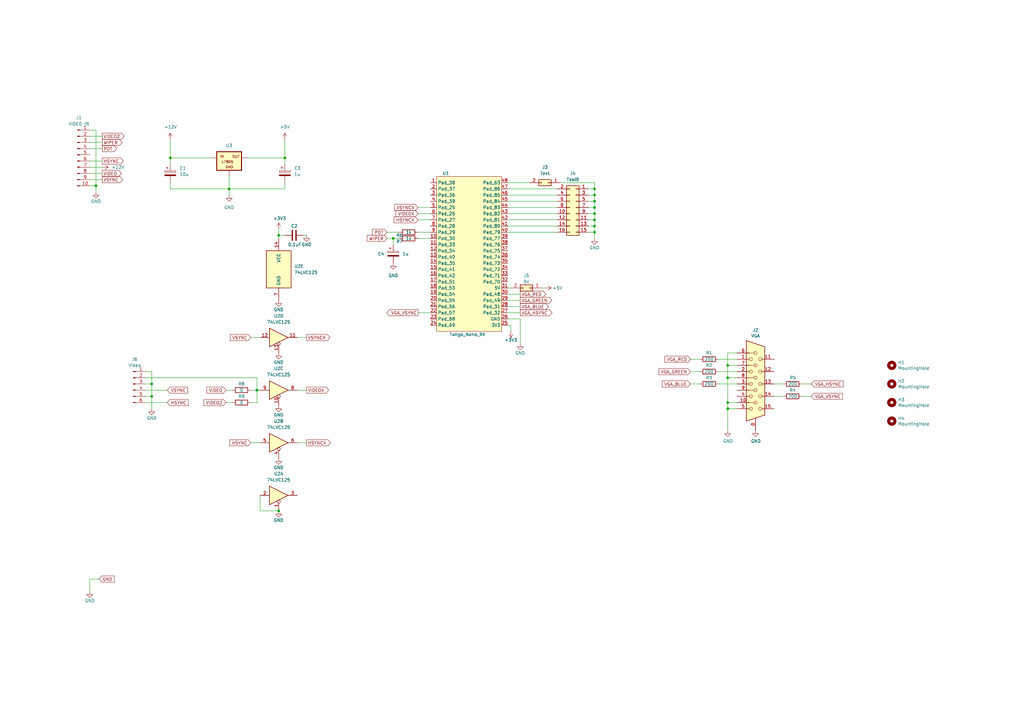
<source format=kicad_sch>
(kicad_sch (version 20230121) (generator eeschema)

  (uuid 34a74736-156e-4bf3-9200-cd137cfa59da)

  (paper "A3")

  (title_block
    (title "TRS-80 M3 HIRES")
    (date "2022-07-04")
    (rev "V0.0")
    (comment 3 "Title: TRS-80 HiRes for M3")
    (comment 4 "Author: Matt Boytim")
  )

  (lib_symbols
    (symbol "74xx:74LS125" (pin_names (offset 1.016)) (in_bom yes) (on_board yes)
      (property "Reference" "U" (at 0 1.27 0)
        (effects (font (size 1.27 1.27)))
      )
      (property "Value" "74LS125" (at 0 -1.27 0)
        (effects (font (size 1.27 1.27)))
      )
      (property "Footprint" "" (at 0 0 0)
        (effects (font (size 1.27 1.27)) hide)
      )
      (property "Datasheet" "http://www.ti.com/lit/gpn/sn74LS125" (at 0 0 0)
        (effects (font (size 1.27 1.27)) hide)
      )
      (property "ki_locked" "" (at 0 0 0)
        (effects (font (size 1.27 1.27)))
      )
      (property "ki_keywords" "TTL buffer 3State" (at 0 0 0)
        (effects (font (size 1.27 1.27)) hide)
      )
      (property "ki_description" "Quad buffer 3-State outputs" (at 0 0 0)
        (effects (font (size 1.27 1.27)) hide)
      )
      (property "ki_fp_filters" "DIP*W7.62mm*" (at 0 0 0)
        (effects (font (size 1.27 1.27)) hide)
      )
      (symbol "74LS125_1_0"
        (polyline
          (pts
            (xy -3.81 3.81)
            (xy -3.81 -3.81)
            (xy 3.81 0)
            (xy -3.81 3.81)
          )
          (stroke (width 0.254) (type default))
          (fill (type background))
        )
        (pin input inverted (at 0 -6.35 90) (length 4.445)
          (name "~" (effects (font (size 1.27 1.27))))
          (number "1" (effects (font (size 1.27 1.27))))
        )
        (pin input line (at -7.62 0 0) (length 3.81)
          (name "~" (effects (font (size 1.27 1.27))))
          (number "2" (effects (font (size 1.27 1.27))))
        )
        (pin tri_state line (at 7.62 0 180) (length 3.81)
          (name "~" (effects (font (size 1.27 1.27))))
          (number "3" (effects (font (size 1.27 1.27))))
        )
      )
      (symbol "74LS125_2_0"
        (polyline
          (pts
            (xy -3.81 3.81)
            (xy -3.81 -3.81)
            (xy 3.81 0)
            (xy -3.81 3.81)
          )
          (stroke (width 0.254) (type default))
          (fill (type background))
        )
        (pin input inverted (at 0 -6.35 90) (length 4.445)
          (name "~" (effects (font (size 1.27 1.27))))
          (number "4" (effects (font (size 1.27 1.27))))
        )
        (pin input line (at -7.62 0 0) (length 3.81)
          (name "~" (effects (font (size 1.27 1.27))))
          (number "5" (effects (font (size 1.27 1.27))))
        )
        (pin tri_state line (at 7.62 0 180) (length 3.81)
          (name "~" (effects (font (size 1.27 1.27))))
          (number "6" (effects (font (size 1.27 1.27))))
        )
      )
      (symbol "74LS125_3_0"
        (polyline
          (pts
            (xy -3.81 3.81)
            (xy -3.81 -3.81)
            (xy 3.81 0)
            (xy -3.81 3.81)
          )
          (stroke (width 0.254) (type default))
          (fill (type background))
        )
        (pin input inverted (at 0 -6.35 90) (length 4.445)
          (name "~" (effects (font (size 1.27 1.27))))
          (number "10" (effects (font (size 1.27 1.27))))
        )
        (pin tri_state line (at 7.62 0 180) (length 3.81)
          (name "~" (effects (font (size 1.27 1.27))))
          (number "8" (effects (font (size 1.27 1.27))))
        )
        (pin input line (at -7.62 0 0) (length 3.81)
          (name "~" (effects (font (size 1.27 1.27))))
          (number "9" (effects (font (size 1.27 1.27))))
        )
      )
      (symbol "74LS125_4_0"
        (polyline
          (pts
            (xy -3.81 3.81)
            (xy -3.81 -3.81)
            (xy 3.81 0)
            (xy -3.81 3.81)
          )
          (stroke (width 0.254) (type default))
          (fill (type background))
        )
        (pin tri_state line (at 7.62 0 180) (length 3.81)
          (name "~" (effects (font (size 1.27 1.27))))
          (number "11" (effects (font (size 1.27 1.27))))
        )
        (pin input line (at -7.62 0 0) (length 3.81)
          (name "~" (effects (font (size 1.27 1.27))))
          (number "12" (effects (font (size 1.27 1.27))))
        )
        (pin input inverted (at 0 -6.35 90) (length 4.445)
          (name "~" (effects (font (size 1.27 1.27))))
          (number "13" (effects (font (size 1.27 1.27))))
        )
      )
      (symbol "74LS125_5_0"
        (pin power_in line (at 0 12.7 270) (length 5.08)
          (name "VCC" (effects (font (size 1.27 1.27))))
          (number "14" (effects (font (size 1.27 1.27))))
        )
        (pin power_in line (at 0 -12.7 90) (length 5.08)
          (name "GND" (effects (font (size 1.27 1.27))))
          (number "7" (effects (font (size 1.27 1.27))))
        )
      )
      (symbol "74LS125_5_1"
        (rectangle (start -5.08 7.62) (end 5.08 -7.62)
          (stroke (width 0.254) (type default))
          (fill (type background))
        )
      )
    )
    (symbol "Connector:Conn_01x06_Male" (pin_names (offset 1.016) hide) (in_bom yes) (on_board yes)
      (property "Reference" "J" (at 0 7.62 0)
        (effects (font (size 1.27 1.27)))
      )
      (property "Value" "Conn_01x06_Male" (at 0 -10.16 0)
        (effects (font (size 1.27 1.27)))
      )
      (property "Footprint" "" (at 0 0 0)
        (effects (font (size 1.27 1.27)) hide)
      )
      (property "Datasheet" "~" (at 0 0 0)
        (effects (font (size 1.27 1.27)) hide)
      )
      (property "ki_keywords" "connector" (at 0 0 0)
        (effects (font (size 1.27 1.27)) hide)
      )
      (property "ki_description" "Generic connector, single row, 01x06, script generated (kicad-library-utils/schlib/autogen/connector/)" (at 0 0 0)
        (effects (font (size 1.27 1.27)) hide)
      )
      (property "ki_fp_filters" "Connector*:*_1x??_*" (at 0 0 0)
        (effects (font (size 1.27 1.27)) hide)
      )
      (symbol "Conn_01x06_Male_1_1"
        (polyline
          (pts
            (xy 1.27 -7.62)
            (xy 0.8636 -7.62)
          )
          (stroke (width 0.1524) (type default))
          (fill (type none))
        )
        (polyline
          (pts
            (xy 1.27 -5.08)
            (xy 0.8636 -5.08)
          )
          (stroke (width 0.1524) (type default))
          (fill (type none))
        )
        (polyline
          (pts
            (xy 1.27 -2.54)
            (xy 0.8636 -2.54)
          )
          (stroke (width 0.1524) (type default))
          (fill (type none))
        )
        (polyline
          (pts
            (xy 1.27 0)
            (xy 0.8636 0)
          )
          (stroke (width 0.1524) (type default))
          (fill (type none))
        )
        (polyline
          (pts
            (xy 1.27 2.54)
            (xy 0.8636 2.54)
          )
          (stroke (width 0.1524) (type default))
          (fill (type none))
        )
        (polyline
          (pts
            (xy 1.27 5.08)
            (xy 0.8636 5.08)
          )
          (stroke (width 0.1524) (type default))
          (fill (type none))
        )
        (rectangle (start 0.8636 -7.493) (end 0 -7.747)
          (stroke (width 0.1524) (type default))
          (fill (type outline))
        )
        (rectangle (start 0.8636 -4.953) (end 0 -5.207)
          (stroke (width 0.1524) (type default))
          (fill (type outline))
        )
        (rectangle (start 0.8636 -2.413) (end 0 -2.667)
          (stroke (width 0.1524) (type default))
          (fill (type outline))
        )
        (rectangle (start 0.8636 0.127) (end 0 -0.127)
          (stroke (width 0.1524) (type default))
          (fill (type outline))
        )
        (rectangle (start 0.8636 2.667) (end 0 2.413)
          (stroke (width 0.1524) (type default))
          (fill (type outline))
        )
        (rectangle (start 0.8636 5.207) (end 0 4.953)
          (stroke (width 0.1524) (type default))
          (fill (type outline))
        )
        (pin passive line (at 5.08 5.08 180) (length 3.81)
          (name "Pin_1" (effects (font (size 1.27 1.27))))
          (number "1" (effects (font (size 1.27 1.27))))
        )
        (pin passive line (at 5.08 2.54 180) (length 3.81)
          (name "Pin_2" (effects (font (size 1.27 1.27))))
          (number "2" (effects (font (size 1.27 1.27))))
        )
        (pin passive line (at 5.08 0 180) (length 3.81)
          (name "Pin_3" (effects (font (size 1.27 1.27))))
          (number "3" (effects (font (size 1.27 1.27))))
        )
        (pin passive line (at 5.08 -2.54 180) (length 3.81)
          (name "Pin_4" (effects (font (size 1.27 1.27))))
          (number "4" (effects (font (size 1.27 1.27))))
        )
        (pin passive line (at 5.08 -5.08 180) (length 3.81)
          (name "Pin_5" (effects (font (size 1.27 1.27))))
          (number "5" (effects (font (size 1.27 1.27))))
        )
        (pin passive line (at 5.08 -7.62 180) (length 3.81)
          (name "Pin_6" (effects (font (size 1.27 1.27))))
          (number "6" (effects (font (size 1.27 1.27))))
        )
      )
    )
    (symbol "Connector:Conn_01x10_Male" (pin_names (offset 1.016) hide) (in_bom yes) (on_board yes)
      (property "Reference" "J" (at 0 12.7 0)
        (effects (font (size 1.27 1.27)))
      )
      (property "Value" "Conn_01x10_Male" (at 0 -15.24 0)
        (effects (font (size 1.27 1.27)))
      )
      (property "Footprint" "" (at 0 0 0)
        (effects (font (size 1.27 1.27)) hide)
      )
      (property "Datasheet" "~" (at 0 0 0)
        (effects (font (size 1.27 1.27)) hide)
      )
      (property "ki_keywords" "connector" (at 0 0 0)
        (effects (font (size 1.27 1.27)) hide)
      )
      (property "ki_description" "Generic connector, single row, 01x10, script generated (kicad-library-utils/schlib/autogen/connector/)" (at 0 0 0)
        (effects (font (size 1.27 1.27)) hide)
      )
      (property "ki_fp_filters" "Connector*:*_1x??_*" (at 0 0 0)
        (effects (font (size 1.27 1.27)) hide)
      )
      (symbol "Conn_01x10_Male_1_1"
        (polyline
          (pts
            (xy 1.27 -12.7)
            (xy 0.8636 -12.7)
          )
          (stroke (width 0.1524) (type default))
          (fill (type none))
        )
        (polyline
          (pts
            (xy 1.27 -10.16)
            (xy 0.8636 -10.16)
          )
          (stroke (width 0.1524) (type default))
          (fill (type none))
        )
        (polyline
          (pts
            (xy 1.27 -7.62)
            (xy 0.8636 -7.62)
          )
          (stroke (width 0.1524) (type default))
          (fill (type none))
        )
        (polyline
          (pts
            (xy 1.27 -5.08)
            (xy 0.8636 -5.08)
          )
          (stroke (width 0.1524) (type default))
          (fill (type none))
        )
        (polyline
          (pts
            (xy 1.27 -2.54)
            (xy 0.8636 -2.54)
          )
          (stroke (width 0.1524) (type default))
          (fill (type none))
        )
        (polyline
          (pts
            (xy 1.27 0)
            (xy 0.8636 0)
          )
          (stroke (width 0.1524) (type default))
          (fill (type none))
        )
        (polyline
          (pts
            (xy 1.27 2.54)
            (xy 0.8636 2.54)
          )
          (stroke (width 0.1524) (type default))
          (fill (type none))
        )
        (polyline
          (pts
            (xy 1.27 5.08)
            (xy 0.8636 5.08)
          )
          (stroke (width 0.1524) (type default))
          (fill (type none))
        )
        (polyline
          (pts
            (xy 1.27 7.62)
            (xy 0.8636 7.62)
          )
          (stroke (width 0.1524) (type default))
          (fill (type none))
        )
        (polyline
          (pts
            (xy 1.27 10.16)
            (xy 0.8636 10.16)
          )
          (stroke (width 0.1524) (type default))
          (fill (type none))
        )
        (rectangle (start 0.8636 -12.573) (end 0 -12.827)
          (stroke (width 0.1524) (type default))
          (fill (type outline))
        )
        (rectangle (start 0.8636 -10.033) (end 0 -10.287)
          (stroke (width 0.1524) (type default))
          (fill (type outline))
        )
        (rectangle (start 0.8636 -7.493) (end 0 -7.747)
          (stroke (width 0.1524) (type default))
          (fill (type outline))
        )
        (rectangle (start 0.8636 -4.953) (end 0 -5.207)
          (stroke (width 0.1524) (type default))
          (fill (type outline))
        )
        (rectangle (start 0.8636 -2.413) (end 0 -2.667)
          (stroke (width 0.1524) (type default))
          (fill (type outline))
        )
        (rectangle (start 0.8636 0.127) (end 0 -0.127)
          (stroke (width 0.1524) (type default))
          (fill (type outline))
        )
        (rectangle (start 0.8636 2.667) (end 0 2.413)
          (stroke (width 0.1524) (type default))
          (fill (type outline))
        )
        (rectangle (start 0.8636 5.207) (end 0 4.953)
          (stroke (width 0.1524) (type default))
          (fill (type outline))
        )
        (rectangle (start 0.8636 7.747) (end 0 7.493)
          (stroke (width 0.1524) (type default))
          (fill (type outline))
        )
        (rectangle (start 0.8636 10.287) (end 0 10.033)
          (stroke (width 0.1524) (type default))
          (fill (type outline))
        )
        (pin passive line (at 5.08 10.16 180) (length 3.81)
          (name "Pin_1" (effects (font (size 1.27 1.27))))
          (number "1" (effects (font (size 1.27 1.27))))
        )
        (pin passive line (at 5.08 -12.7 180) (length 3.81)
          (name "Pin_10" (effects (font (size 1.27 1.27))))
          (number "10" (effects (font (size 1.27 1.27))))
        )
        (pin passive line (at 5.08 7.62 180) (length 3.81)
          (name "Pin_2" (effects (font (size 1.27 1.27))))
          (number "2" (effects (font (size 1.27 1.27))))
        )
        (pin passive line (at 5.08 5.08 180) (length 3.81)
          (name "Pin_3" (effects (font (size 1.27 1.27))))
          (number "3" (effects (font (size 1.27 1.27))))
        )
        (pin passive line (at 5.08 2.54 180) (length 3.81)
          (name "Pin_4" (effects (font (size 1.27 1.27))))
          (number "4" (effects (font (size 1.27 1.27))))
        )
        (pin passive line (at 5.08 0 180) (length 3.81)
          (name "Pin_5" (effects (font (size 1.27 1.27))))
          (number "5" (effects (font (size 1.27 1.27))))
        )
        (pin passive line (at 5.08 -2.54 180) (length 3.81)
          (name "Pin_6" (effects (font (size 1.27 1.27))))
          (number "6" (effects (font (size 1.27 1.27))))
        )
        (pin passive line (at 5.08 -5.08 180) (length 3.81)
          (name "Pin_7" (effects (font (size 1.27 1.27))))
          (number "7" (effects (font (size 1.27 1.27))))
        )
        (pin passive line (at 5.08 -7.62 180) (length 3.81)
          (name "Pin_8" (effects (font (size 1.27 1.27))))
          (number "8" (effects (font (size 1.27 1.27))))
        )
        (pin passive line (at 5.08 -10.16 180) (length 3.81)
          (name "Pin_9" (effects (font (size 1.27 1.27))))
          (number "9" (effects (font (size 1.27 1.27))))
        )
      )
    )
    (symbol "Connector:DB15_Female_HighDensity" (pin_names (offset 1.016) hide) (in_bom yes) (on_board yes)
      (property "Reference" "J2" (at 0 22.0218 0)
        (effects (font (size 1.27 1.27)))
      )
      (property "Value" "DB15_Female_HighDensity" (at 0 19.7104 0)
        (effects (font (size 1.27 1.27)))
      )
      (property "Footprint" "TRS-IO-M1:DB_15F-VGA" (at -24.13 10.16 0)
        (effects (font (size 1.27 1.27)) hide)
      )
      (property "Datasheet" " ~" (at -24.13 10.16 0)
        (effects (font (size 1.27 1.27)) hide)
      )
      (property "ki_keywords" "connector db15 VGA female D-SUB" (at 0 0 0)
        (effects (font (size 1.27 1.27)) hide)
      )
      (property "ki_description" "15-pin female D-SUB connector, High density (3 columns), Triple Row, Generic, VGA-connector" (at 0 0 0)
        (effects (font (size 1.27 1.27)) hide)
      )
      (property "ki_fp_filters" "DSUB*Female*" (at 0 0 0)
        (effects (font (size 1.27 1.27)) hide)
      )
      (symbol "DB15_Female_HighDensity_0_1"
        (circle (center -1.905 -10.16) (radius 0.635)
          (stroke (width 0) (type default))
          (fill (type none))
        )
        (circle (center -1.905 -5.08) (radius 0.635)
          (stroke (width 0) (type default))
          (fill (type none))
        )
        (circle (center -1.905 0) (radius 0.635)
          (stroke (width 0) (type default))
          (fill (type none))
        )
        (circle (center -1.905 5.08) (radius 0.635)
          (stroke (width 0) (type default))
          (fill (type none))
        )
        (circle (center -1.905 10.16) (radius 0.635)
          (stroke (width 0) (type default))
          (fill (type none))
        )
        (circle (center 0 -7.62) (radius 0.635)
          (stroke (width 0) (type default))
          (fill (type none))
        )
        (circle (center 0 -2.54) (radius 0.635)
          (stroke (width 0) (type default))
          (fill (type none))
        )
        (polyline
          (pts
            (xy -3.175 7.62)
            (xy -0.635 7.62)
          )
          (stroke (width 0) (type default))
          (fill (type none))
        )
        (polyline
          (pts
            (xy -0.635 -7.62)
            (xy -3.175 -7.62)
          )
          (stroke (width 0) (type default))
          (fill (type none))
        )
        (polyline
          (pts
            (xy -0.635 -2.54)
            (xy -3.175 -2.54)
          )
          (stroke (width 0) (type default))
          (fill (type none))
        )
        (polyline
          (pts
            (xy -0.635 2.54)
            (xy -3.175 2.54)
          )
          (stroke (width 0) (type default))
          (fill (type none))
        )
        (polyline
          (pts
            (xy -0.635 12.7)
            (xy -3.175 12.7)
          )
          (stroke (width 0) (type default))
          (fill (type none))
        )
        (polyline
          (pts
            (xy -3.81 17.78)
            (xy -3.81 -15.24)
            (xy 3.81 -12.7)
            (xy 3.81 15.24)
            (xy -3.81 17.78)
          )
          (stroke (width 0.254) (type default))
          (fill (type background))
        )
        (circle (center 0 2.54) (radius 0.635)
          (stroke (width 0) (type default))
          (fill (type none))
        )
        (circle (center 0 7.62) (radius 0.635)
          (stroke (width 0) (type default))
          (fill (type none))
        )
        (circle (center 0 12.7) (radius 0.635)
          (stroke (width 0) (type default))
          (fill (type none))
        )
        (circle (center 1.905 -10.16) (radius 0.635)
          (stroke (width 0) (type default))
          (fill (type none))
        )
        (circle (center 1.905 -5.08) (radius 0.635)
          (stroke (width 0) (type default))
          (fill (type none))
        )
        (circle (center 1.905 0) (radius 0.635)
          (stroke (width 0) (type default))
          (fill (type none))
        )
        (circle (center 1.905 5.08) (radius 0.635)
          (stroke (width 0) (type default))
          (fill (type none))
        )
        (circle (center 1.905 10.16) (radius 0.635)
          (stroke (width 0) (type default))
          (fill (type none))
        )
      )
      (symbol "DB15_Female_HighDensity_1_1"
        (pin passive line (at 0 -19.05 90) (length 5.08)
          (name "Case" (effects (font (size 1.27 1.27))))
          (number "0" (effects (font (size 1.27 1.27))))
        )
        (pin passive line (at -7.62 10.16 0) (length 5.08)
          (name "~" (effects (font (size 1.27 1.27))))
          (number "1" (effects (font (size 1.27 1.27))))
        )
        (pin passive line (at -7.62 -7.62 0) (length 5.08)
          (name "~" (effects (font (size 1.27 1.27))))
          (number "10" (effects (font (size 1.27 1.27))))
        )
        (pin passive line (at 7.62 10.16 180) (length 5.08)
          (name "~" (effects (font (size 1.27 1.27))))
          (number "11" (effects (font (size 1.27 1.27))))
        )
        (pin passive line (at 7.62 5.08 180) (length 5.08)
          (name "~" (effects (font (size 1.27 1.27))))
          (number "12" (effects (font (size 1.27 1.27))))
        )
        (pin passive line (at 7.62 0 180) (length 5.08)
          (name "~" (effects (font (size 1.27 1.27))))
          (number "13" (effects (font (size 1.27 1.27))))
        )
        (pin passive line (at 7.62 -5.08 180) (length 5.08)
          (name "~" (effects (font (size 1.27 1.27))))
          (number "14" (effects (font (size 1.27 1.27))))
        )
        (pin passive line (at 7.62 -10.16 180) (length 5.08)
          (name "~" (effects (font (size 1.27 1.27))))
          (number "15" (effects (font (size 1.27 1.27))))
        )
        (pin passive line (at -7.62 5.08 0) (length 5.08)
          (name "~" (effects (font (size 1.27 1.27))))
          (number "2" (effects (font (size 1.27 1.27))))
        )
        (pin passive line (at -7.62 0 0) (length 5.08)
          (name "~" (effects (font (size 1.27 1.27))))
          (number "3" (effects (font (size 1.27 1.27))))
        )
        (pin passive line (at -7.62 -5.08 0) (length 5.08)
          (name "~" (effects (font (size 1.27 1.27))))
          (number "4" (effects (font (size 1.27 1.27))))
        )
        (pin passive line (at -7.62 -10.16 0) (length 5.08)
          (name "~" (effects (font (size 1.27 1.27))))
          (number "5" (effects (font (size 1.27 1.27))))
        )
        (pin passive line (at -7.62 12.7 0) (length 5.08)
          (name "~" (effects (font (size 1.27 1.27))))
          (number "6" (effects (font (size 1.27 1.27))))
        )
        (pin passive line (at -7.62 7.62 0) (length 5.08)
          (name "~" (effects (font (size 1.27 1.27))))
          (number "7" (effects (font (size 1.27 1.27))))
        )
        (pin passive line (at -7.62 2.54 0) (length 5.08)
          (name "~" (effects (font (size 1.27 1.27))))
          (number "8" (effects (font (size 1.27 1.27))))
        )
        (pin passive line (at -7.62 -2.54 0) (length 5.08)
          (name "~" (effects (font (size 1.27 1.27))))
          (number "9" (effects (font (size 1.27 1.27))))
        )
      )
    )
    (symbol "Connector_Generic:Conn_02x01" (pin_names (offset 1.016) hide) (in_bom yes) (on_board yes)
      (property "Reference" "J" (at 1.27 2.54 0)
        (effects (font (size 1.27 1.27)))
      )
      (property "Value" "Conn_02x01" (at 1.27 -2.54 0)
        (effects (font (size 1.27 1.27)))
      )
      (property "Footprint" "" (at 0 0 0)
        (effects (font (size 1.27 1.27)) hide)
      )
      (property "Datasheet" "~" (at 0 0 0)
        (effects (font (size 1.27 1.27)) hide)
      )
      (property "ki_keywords" "connector" (at 0 0 0)
        (effects (font (size 1.27 1.27)) hide)
      )
      (property "ki_description" "Generic connector, double row, 02x01, this symbol is compatible with counter-clockwise, top-bottom and odd-even numbering schemes., script generated (kicad-library-utils/schlib/autogen/connector/)" (at 0 0 0)
        (effects (font (size 1.27 1.27)) hide)
      )
      (property "ki_fp_filters" "Connector*:*_2x??_*" (at 0 0 0)
        (effects (font (size 1.27 1.27)) hide)
      )
      (symbol "Conn_02x01_1_1"
        (rectangle (start -1.27 0.127) (end 0 -0.127)
          (stroke (width 0.1524) (type default))
          (fill (type none))
        )
        (rectangle (start -1.27 1.27) (end 3.81 -1.27)
          (stroke (width 0.254) (type default))
          (fill (type background))
        )
        (rectangle (start 3.81 0.127) (end 2.54 -0.127)
          (stroke (width 0.1524) (type default))
          (fill (type none))
        )
        (pin passive line (at -5.08 0 0) (length 3.81)
          (name "Pin_1" (effects (font (size 1.27 1.27))))
          (number "1" (effects (font (size 1.27 1.27))))
        )
        (pin passive line (at 7.62 0 180) (length 3.81)
          (name "Pin_2" (effects (font (size 1.27 1.27))))
          (number "2" (effects (font (size 1.27 1.27))))
        )
      )
    )
    (symbol "Connector_Generic:Conn_02x08_Odd_Even" (pin_names (offset 1.016) hide) (in_bom yes) (on_board yes)
      (property "Reference" "J" (at 1.27 10.16 0)
        (effects (font (size 1.27 1.27)))
      )
      (property "Value" "Conn_02x08_Odd_Even" (at 1.27 -12.7 0)
        (effects (font (size 1.27 1.27)))
      )
      (property "Footprint" "" (at 0 0 0)
        (effects (font (size 1.27 1.27)) hide)
      )
      (property "Datasheet" "~" (at 0 0 0)
        (effects (font (size 1.27 1.27)) hide)
      )
      (property "ki_keywords" "connector" (at 0 0 0)
        (effects (font (size 1.27 1.27)) hide)
      )
      (property "ki_description" "Generic connector, double row, 02x08, odd/even pin numbering scheme (row 1 odd numbers, row 2 even numbers), script generated (kicad-library-utils/schlib/autogen/connector/)" (at 0 0 0)
        (effects (font (size 1.27 1.27)) hide)
      )
      (property "ki_fp_filters" "Connector*:*_2x??_*" (at 0 0 0)
        (effects (font (size 1.27 1.27)) hide)
      )
      (symbol "Conn_02x08_Odd_Even_1_1"
        (rectangle (start -1.27 -10.033) (end 0 -10.287)
          (stroke (width 0.1524) (type default))
          (fill (type none))
        )
        (rectangle (start -1.27 -7.493) (end 0 -7.747)
          (stroke (width 0.1524) (type default))
          (fill (type none))
        )
        (rectangle (start -1.27 -4.953) (end 0 -5.207)
          (stroke (width 0.1524) (type default))
          (fill (type none))
        )
        (rectangle (start -1.27 -2.413) (end 0 -2.667)
          (stroke (width 0.1524) (type default))
          (fill (type none))
        )
        (rectangle (start -1.27 0.127) (end 0 -0.127)
          (stroke (width 0.1524) (type default))
          (fill (type none))
        )
        (rectangle (start -1.27 2.667) (end 0 2.413)
          (stroke (width 0.1524) (type default))
          (fill (type none))
        )
        (rectangle (start -1.27 5.207) (end 0 4.953)
          (stroke (width 0.1524) (type default))
          (fill (type none))
        )
        (rectangle (start -1.27 7.747) (end 0 7.493)
          (stroke (width 0.1524) (type default))
          (fill (type none))
        )
        (rectangle (start -1.27 8.89) (end 3.81 -11.43)
          (stroke (width 0.254) (type default))
          (fill (type background))
        )
        (rectangle (start 3.81 -10.033) (end 2.54 -10.287)
          (stroke (width 0.1524) (type default))
          (fill (type none))
        )
        (rectangle (start 3.81 -7.493) (end 2.54 -7.747)
          (stroke (width 0.1524) (type default))
          (fill (type none))
        )
        (rectangle (start 3.81 -4.953) (end 2.54 -5.207)
          (stroke (width 0.1524) (type default))
          (fill (type none))
        )
        (rectangle (start 3.81 -2.413) (end 2.54 -2.667)
          (stroke (width 0.1524) (type default))
          (fill (type none))
        )
        (rectangle (start 3.81 0.127) (end 2.54 -0.127)
          (stroke (width 0.1524) (type default))
          (fill (type none))
        )
        (rectangle (start 3.81 2.667) (end 2.54 2.413)
          (stroke (width 0.1524) (type default))
          (fill (type none))
        )
        (rectangle (start 3.81 5.207) (end 2.54 4.953)
          (stroke (width 0.1524) (type default))
          (fill (type none))
        )
        (rectangle (start 3.81 7.747) (end 2.54 7.493)
          (stroke (width 0.1524) (type default))
          (fill (type none))
        )
        (pin passive line (at -5.08 7.62 0) (length 3.81)
          (name "Pin_1" (effects (font (size 1.27 1.27))))
          (number "1" (effects (font (size 1.27 1.27))))
        )
        (pin passive line (at 7.62 -2.54 180) (length 3.81)
          (name "Pin_10" (effects (font (size 1.27 1.27))))
          (number "10" (effects (font (size 1.27 1.27))))
        )
        (pin passive line (at -5.08 -5.08 0) (length 3.81)
          (name "Pin_11" (effects (font (size 1.27 1.27))))
          (number "11" (effects (font (size 1.27 1.27))))
        )
        (pin passive line (at 7.62 -5.08 180) (length 3.81)
          (name "Pin_12" (effects (font (size 1.27 1.27))))
          (number "12" (effects (font (size 1.27 1.27))))
        )
        (pin passive line (at -5.08 -7.62 0) (length 3.81)
          (name "Pin_13" (effects (font (size 1.27 1.27))))
          (number "13" (effects (font (size 1.27 1.27))))
        )
        (pin passive line (at 7.62 -7.62 180) (length 3.81)
          (name "Pin_14" (effects (font (size 1.27 1.27))))
          (number "14" (effects (font (size 1.27 1.27))))
        )
        (pin passive line (at -5.08 -10.16 0) (length 3.81)
          (name "Pin_15" (effects (font (size 1.27 1.27))))
          (number "15" (effects (font (size 1.27 1.27))))
        )
        (pin passive line (at 7.62 -10.16 180) (length 3.81)
          (name "Pin_16" (effects (font (size 1.27 1.27))))
          (number "16" (effects (font (size 1.27 1.27))))
        )
        (pin passive line (at 7.62 7.62 180) (length 3.81)
          (name "Pin_2" (effects (font (size 1.27 1.27))))
          (number "2" (effects (font (size 1.27 1.27))))
        )
        (pin passive line (at -5.08 5.08 0) (length 3.81)
          (name "Pin_3" (effects (font (size 1.27 1.27))))
          (number "3" (effects (font (size 1.27 1.27))))
        )
        (pin passive line (at 7.62 5.08 180) (length 3.81)
          (name "Pin_4" (effects (font (size 1.27 1.27))))
          (number "4" (effects (font (size 1.27 1.27))))
        )
        (pin passive line (at -5.08 2.54 0) (length 3.81)
          (name "Pin_5" (effects (font (size 1.27 1.27))))
          (number "5" (effects (font (size 1.27 1.27))))
        )
        (pin passive line (at 7.62 2.54 180) (length 3.81)
          (name "Pin_6" (effects (font (size 1.27 1.27))))
          (number "6" (effects (font (size 1.27 1.27))))
        )
        (pin passive line (at -5.08 0 0) (length 3.81)
          (name "Pin_7" (effects (font (size 1.27 1.27))))
          (number "7" (effects (font (size 1.27 1.27))))
        )
        (pin passive line (at 7.62 0 180) (length 3.81)
          (name "Pin_8" (effects (font (size 1.27 1.27))))
          (number "8" (effects (font (size 1.27 1.27))))
        )
        (pin passive line (at -5.08 -2.54 0) (length 3.81)
          (name "Pin_9" (effects (font (size 1.27 1.27))))
          (number "9" (effects (font (size 1.27 1.27))))
        )
      )
    )
    (symbol "Device:C" (pin_numbers hide) (pin_names (offset 0.254)) (in_bom yes) (on_board yes)
      (property "Reference" "C" (at 0.635 2.54 0)
        (effects (font (size 1.27 1.27)) (justify left))
      )
      (property "Value" "C" (at 0.635 -2.54 0)
        (effects (font (size 1.27 1.27)) (justify left))
      )
      (property "Footprint" "" (at 0.9652 -3.81 0)
        (effects (font (size 1.27 1.27)) hide)
      )
      (property "Datasheet" "~" (at 0 0 0)
        (effects (font (size 1.27 1.27)) hide)
      )
      (property "ki_keywords" "cap capacitor" (at 0 0 0)
        (effects (font (size 1.27 1.27)) hide)
      )
      (property "ki_description" "Unpolarized capacitor" (at 0 0 0)
        (effects (font (size 1.27 1.27)) hide)
      )
      (property "ki_fp_filters" "C_*" (at 0 0 0)
        (effects (font (size 1.27 1.27)) hide)
      )
      (symbol "C_0_1"
        (polyline
          (pts
            (xy -2.032 -0.762)
            (xy 2.032 -0.762)
          )
          (stroke (width 0.508) (type default))
          (fill (type none))
        )
        (polyline
          (pts
            (xy -2.032 0.762)
            (xy 2.032 0.762)
          )
          (stroke (width 0.508) (type default))
          (fill (type none))
        )
      )
      (symbol "C_1_1"
        (pin passive line (at 0 3.81 270) (length 2.794)
          (name "~" (effects (font (size 1.27 1.27))))
          (number "1" (effects (font (size 1.27 1.27))))
        )
        (pin passive line (at 0 -3.81 90) (length 2.794)
          (name "~" (effects (font (size 1.27 1.27))))
          (number "2" (effects (font (size 1.27 1.27))))
        )
      )
    )
    (symbol "Device:C_Polarized" (pin_numbers hide) (pin_names (offset 0.254)) (in_bom yes) (on_board yes)
      (property "Reference" "C" (at 0.635 2.54 0)
        (effects (font (size 1.27 1.27)) (justify left))
      )
      (property "Value" "C_Polarized" (at 0.635 -2.54 0)
        (effects (font (size 1.27 1.27)) (justify left))
      )
      (property "Footprint" "" (at 0.9652 -3.81 0)
        (effects (font (size 1.27 1.27)) hide)
      )
      (property "Datasheet" "~" (at 0 0 0)
        (effects (font (size 1.27 1.27)) hide)
      )
      (property "ki_keywords" "cap capacitor" (at 0 0 0)
        (effects (font (size 1.27 1.27)) hide)
      )
      (property "ki_description" "Polarized capacitor" (at 0 0 0)
        (effects (font (size 1.27 1.27)) hide)
      )
      (property "ki_fp_filters" "CP_*" (at 0 0 0)
        (effects (font (size 1.27 1.27)) hide)
      )
      (symbol "C_Polarized_0_1"
        (rectangle (start -2.286 0.508) (end 2.286 1.016)
          (stroke (width 0) (type default))
          (fill (type none))
        )
        (polyline
          (pts
            (xy -1.778 2.286)
            (xy -0.762 2.286)
          )
          (stroke (width 0) (type default))
          (fill (type none))
        )
        (polyline
          (pts
            (xy -1.27 2.794)
            (xy -1.27 1.778)
          )
          (stroke (width 0) (type default))
          (fill (type none))
        )
        (rectangle (start 2.286 -0.508) (end -2.286 -1.016)
          (stroke (width 0) (type default))
          (fill (type outline))
        )
      )
      (symbol "C_Polarized_1_1"
        (pin passive line (at 0 3.81 270) (length 2.794)
          (name "~" (effects (font (size 1.27 1.27))))
          (number "1" (effects (font (size 1.27 1.27))))
        )
        (pin passive line (at 0 -3.81 90) (length 2.794)
          (name "~" (effects (font (size 1.27 1.27))))
          (number "2" (effects (font (size 1.27 1.27))))
        )
      )
    )
    (symbol "Device:R" (pin_numbers hide) (pin_names (offset 0)) (in_bom yes) (on_board yes)
      (property "Reference" "R" (at 2.032 0 90)
        (effects (font (size 1.27 1.27)))
      )
      (property "Value" "R" (at 0 0 90)
        (effects (font (size 1.27 1.27)))
      )
      (property "Footprint" "" (at -1.778 0 90)
        (effects (font (size 1.27 1.27)) hide)
      )
      (property "Datasheet" "~" (at 0 0 0)
        (effects (font (size 1.27 1.27)) hide)
      )
      (property "ki_keywords" "R res resistor" (at 0 0 0)
        (effects (font (size 1.27 1.27)) hide)
      )
      (property "ki_description" "Resistor" (at 0 0 0)
        (effects (font (size 1.27 1.27)) hide)
      )
      (property "ki_fp_filters" "R_*" (at 0 0 0)
        (effects (font (size 1.27 1.27)) hide)
      )
      (symbol "R_0_1"
        (rectangle (start -1.016 -2.54) (end 1.016 2.54)
          (stroke (width 0.254) (type default))
          (fill (type none))
        )
      )
      (symbol "R_1_1"
        (pin passive line (at 0 3.81 270) (length 1.27)
          (name "~" (effects (font (size 1.27 1.27))))
          (number "1" (effects (font (size 1.27 1.27))))
        )
        (pin passive line (at 0 -3.81 90) (length 1.27)
          (name "~" (effects (font (size 1.27 1.27))))
          (number "2" (effects (font (size 1.27 1.27))))
        )
      )
    )
    (symbol "L7805:L7805" (pin_numbers hide) (pin_names (offset 1.016) hide) (in_bom yes) (on_board yes)
      (property "Reference" "IC" (at 5.08 7.62 0)
        (effects (font (size 1.27 1.27)) (justify left bottom))
      )
      (property "Value" "L7805" (at 0 0 0)
        (effects (font (size 1.27 1.27)) (justify left bottom) hide)
      )
      (property "Footprint" "78XXL" (at 0 0 0)
        (effects (font (size 1.27 1.27)) (justify left bottom) hide)
      )
      (property "Datasheet" "" (at 0 0 0)
        (effects (font (size 1.27 1.27)) (justify left bottom) hide)
      )
      (property "ki_locked" "" (at 0 0 0)
        (effects (font (size 1.27 1.27)))
      )
      (symbol "L7805_0_0"
        (rectangle (start -5.08 -2.54) (end 5.08 5.08)
          (stroke (width 0.4064) (type default))
          (fill (type background))
        )
        (text "GND" (at -1.524 -1.778 0)
          (effects (font (size 1.016 1.016)) (justify left bottom))
        )
        (text "IN" (at -3.81 2.54 0)
          (effects (font (size 1.016 1.016)) (justify left bottom))
        )
        (text "L7805" (at 1.778 1.524 0)
          (effects (font (size 1.016 1.016)) (justify right top))
        )
        (text "OUT" (at 1.27 2.54 0)
          (effects (font (size 1.016 1.016)) (justify left bottom))
        )
        (pin input line (at 0 -5.08 90) (length 2.54)
          (name "~" (effects (font (size 1.016 1.016))))
          (number "GND" (effects (font (size 1.016 1.016))))
        )
        (pin input line (at -7.62 2.54 0) (length 2.54)
          (name "~" (effects (font (size 1.016 1.016))))
          (number "IN" (effects (font (size 1.016 1.016))))
        )
        (pin passive line (at 7.62 2.54 180) (length 2.54)
          (name "~" (effects (font (size 1.016 1.016))))
          (number "OUT" (effects (font (size 1.016 1.016))))
        )
      )
    )
    (symbol "MYLIB:Tango_Nano_9K" (in_bom yes) (on_board yes)
      (property "Reference" "U" (at -10.16 30.48 0)
        (effects (font (size 1.27 1.27)))
      )
      (property "Value" "Tango_Nano_9K" (at -1.27 -35.56 0)
        (effects (font (size 1.27 1.27)))
      )
      (property "Footprint" "" (at 30.48 11.43 0)
        (effects (font (size 1.27 1.27)) hide)
      )
      (property "Datasheet" "" (at 30.48 11.43 0)
        (effects (font (size 1.27 1.27)) hide)
      )
      (symbol "Tango_Nano_9K_0_1"
        (rectangle (start -13.97 29.21) (end 12.7 -34.29)
          (stroke (width 0.1524) (type default))
          (fill (type background))
        )
      )
      (symbol "Tango_Nano_9K_1_1"
        (pin tri_state line (at -16.51 26.67 0) (length 2.54)
          (name "Pad_38" (effects (font (size 1.27 1.27))))
          (number "1" (effects (font (size 1.27 1.27))))
        )
        (pin tri_state line (at -16.51 3.81 0) (length 2.54)
          (name "Pad_30" (effects (font (size 1.27 1.27))))
          (number "10" (effects (font (size 1.27 1.27))))
        )
        (pin tri_state line (at -16.51 1.27 0) (length 2.54)
          (name "Pad_33" (effects (font (size 1.27 1.27))))
          (number "11" (effects (font (size 1.27 1.27))))
        )
        (pin tri_state line (at -16.51 -1.27 0) (length 2.54)
          (name "Pad_34" (effects (font (size 1.27 1.27))))
          (number "12" (effects (font (size 1.27 1.27))))
        )
        (pin tri_state line (at -16.51 -3.81 0) (length 2.54)
          (name "Pad_40" (effects (font (size 1.27 1.27))))
          (number "13" (effects (font (size 1.27 1.27))))
        )
        (pin tri_state line (at -16.51 -6.35 0) (length 2.54)
          (name "Pad_35" (effects (font (size 1.27 1.27))))
          (number "14" (effects (font (size 1.27 1.27))))
        )
        (pin tri_state line (at -16.51 -8.89 0) (length 2.54)
          (name "Pad_41" (effects (font (size 1.27 1.27))))
          (number "15" (effects (font (size 1.27 1.27))))
        )
        (pin tri_state line (at -16.51 -11.43 0) (length 2.54)
          (name "Pad_42" (effects (font (size 1.27 1.27))))
          (number "16" (effects (font (size 1.27 1.27))))
        )
        (pin tri_state line (at -16.51 -13.97 0) (length 2.54)
          (name "Pad_51" (effects (font (size 1.27 1.27))))
          (number "17" (effects (font (size 1.27 1.27))))
        )
        (pin tri_state line (at -16.51 -16.51 0) (length 2.54)
          (name "Pad_53" (effects (font (size 1.27 1.27))))
          (number "18" (effects (font (size 1.27 1.27))))
        )
        (pin tri_state line (at -16.51 -19.05 0) (length 2.54)
          (name "Pad_54" (effects (font (size 1.27 1.27))))
          (number "19" (effects (font (size 1.27 1.27))))
        )
        (pin tri_state line (at -16.51 24.13 0) (length 2.54)
          (name "Pad_37" (effects (font (size 1.27 1.27))))
          (number "2" (effects (font (size 1.27 1.27))))
        )
        (pin tri_state line (at -16.51 -21.59 0) (length 2.54)
          (name "Pad_55" (effects (font (size 1.27 1.27))))
          (number "20" (effects (font (size 1.27 1.27))))
        )
        (pin tri_state line (at -16.51 -24.13 0) (length 2.54)
          (name "Pad_56" (effects (font (size 1.27 1.27))))
          (number "21" (effects (font (size 1.27 1.27))))
        )
        (pin tri_state line (at -16.51 -26.67 0) (length 2.54)
          (name "Pad_57" (effects (font (size 1.27 1.27))))
          (number "22" (effects (font (size 1.27 1.27))))
        )
        (pin tri_state line (at -16.51 -29.21 0) (length 2.54)
          (name "Pad_68" (effects (font (size 1.27 1.27))))
          (number "23" (effects (font (size 1.27 1.27))))
        )
        (pin tri_state line (at -16.51 -31.75 0) (length 2.54)
          (name "Pad_69" (effects (font (size 1.27 1.27))))
          (number "24" (effects (font (size 1.27 1.27))))
        )
        (pin power_in line (at 15.24 -31.75 180) (length 2.54)
          (name "3V3" (effects (font (size 1.27 1.27))))
          (number "25" (effects (font (size 1.27 1.27))))
        )
        (pin power_in line (at 15.24 -29.21 180) (length 2.54)
          (name "GND" (effects (font (size 1.27 1.27))))
          (number "26" (effects (font (size 1.27 1.27))))
        )
        (pin tri_state line (at 15.24 -26.67 180) (length 2.54)
          (name "Pad_32" (effects (font (size 1.27 1.27))))
          (number "27" (effects (font (size 1.27 1.27))))
        )
        (pin tri_state line (at 15.24 -24.13 180) (length 2.54)
          (name "Pad_31" (effects (font (size 1.27 1.27))))
          (number "28" (effects (font (size 1.27 1.27))))
        )
        (pin tri_state line (at 15.24 -21.59 180) (length 2.54)
          (name "Pad_49" (effects (font (size 1.27 1.27))))
          (number "29" (effects (font (size 1.27 1.27))))
        )
        (pin tri_state line (at -16.51 21.59 0) (length 2.54)
          (name "Pad_36" (effects (font (size 1.27 1.27))))
          (number "3" (effects (font (size 1.27 1.27))))
        )
        (pin tri_state line (at 15.24 -19.05 180) (length 2.54)
          (name "Pad_48" (effects (font (size 1.27 1.27))))
          (number "30" (effects (font (size 1.27 1.27))))
        )
        (pin power_in line (at 15.24 -16.51 180) (length 2.54)
          (name "5V" (effects (font (size 1.27 1.27))))
          (number "31" (effects (font (size 1.27 1.27))))
        )
        (pin tri_state line (at 15.24 -13.97 180) (length 2.54)
          (name "Pad_70" (effects (font (size 1.27 1.27))))
          (number "32" (effects (font (size 1.27 1.27))))
        )
        (pin tri_state line (at 15.24 -11.43 180) (length 2.54)
          (name "Pad_71" (effects (font (size 1.27 1.27))))
          (number "33" (effects (font (size 1.27 1.27))))
        )
        (pin tri_state line (at 15.24 -8.89 180) (length 2.54)
          (name "Pad_72" (effects (font (size 1.27 1.27))))
          (number "34" (effects (font (size 1.27 1.27))))
        )
        (pin tri_state line (at 15.24 -6.35 180) (length 2.54)
          (name "Pad_73" (effects (font (size 1.27 1.27))))
          (number "35" (effects (font (size 1.27 1.27))))
        )
        (pin tri_state line (at 15.24 -3.81 180) (length 2.54)
          (name "Pad_74" (effects (font (size 1.27 1.27))))
          (number "36" (effects (font (size 1.27 1.27))))
        )
        (pin tri_state line (at 15.24 -1.27 180) (length 2.54)
          (name "Pad_75" (effects (font (size 1.27 1.27))))
          (number "37" (effects (font (size 1.27 1.27))))
        )
        (pin tri_state line (at 15.24 1.27 180) (length 2.54)
          (name "Pad_76" (effects (font (size 1.27 1.27))))
          (number "38" (effects (font (size 1.27 1.27))))
        )
        (pin tri_state line (at 15.24 3.81 180) (length 2.54)
          (name "Pad_77" (effects (font (size 1.27 1.27))))
          (number "39" (effects (font (size 1.27 1.27))))
        )
        (pin tri_state line (at -16.51 19.05 0) (length 2.54)
          (name "Pad_39" (effects (font (size 1.27 1.27))))
          (number "4" (effects (font (size 1.27 1.27))))
        )
        (pin tri_state line (at 15.24 6.35 180) (length 2.54)
          (name "Pad_79" (effects (font (size 1.27 1.27))))
          (number "40" (effects (font (size 1.27 1.27))))
        )
        (pin tri_state line (at 15.24 8.89 180) (length 2.54)
          (name "Pad_80" (effects (font (size 1.27 1.27))))
          (number "41" (effects (font (size 1.27 1.27))))
        )
        (pin tri_state line (at 15.24 11.43 180) (length 2.54)
          (name "Pad_81" (effects (font (size 1.27 1.27))))
          (number "42" (effects (font (size 1.27 1.27))))
        )
        (pin tri_state line (at 15.24 13.97 180) (length 2.54)
          (name "Pad_82" (effects (font (size 1.27 1.27))))
          (number "43" (effects (font (size 1.27 1.27))))
        )
        (pin tri_state line (at 15.24 16.51 180) (length 2.54)
          (name "Pad_83" (effects (font (size 1.27 1.27))))
          (number "44" (effects (font (size 1.27 1.27))))
        )
        (pin tri_state line (at 15.24 19.05 180) (length 2.54)
          (name "Pad_84" (effects (font (size 1.27 1.27))))
          (number "45" (effects (font (size 1.27 1.27))))
        )
        (pin tri_state line (at 15.24 21.59 180) (length 2.54)
          (name "Pad_85" (effects (font (size 1.27 1.27))))
          (number "46" (effects (font (size 1.27 1.27))))
        )
        (pin tri_state line (at 15.24 24.13 180) (length 2.54)
          (name "Pad_86" (effects (font (size 1.27 1.27))))
          (number "47" (effects (font (size 1.27 1.27))))
        )
        (pin tri_state line (at 15.24 26.67 180) (length 2.54)
          (name "Pad_63" (effects (font (size 1.27 1.27))))
          (number "48" (effects (font (size 1.27 1.27))))
        )
        (pin tri_state line (at -16.51 16.51 0) (length 2.54)
          (name "Pad_25" (effects (font (size 1.27 1.27))))
          (number "5" (effects (font (size 1.27 1.27))))
        )
        (pin tri_state line (at -16.51 13.97 0) (length 2.54)
          (name "Pad_26" (effects (font (size 1.27 1.27))))
          (number "6" (effects (font (size 1.27 1.27))))
        )
        (pin tri_state line (at -16.51 11.43 0) (length 2.54)
          (name "Pad_27" (effects (font (size 1.27 1.27))))
          (number "7" (effects (font (size 1.27 1.27))))
        )
        (pin tri_state line (at -16.51 8.89 0) (length 2.54)
          (name "Pad_28" (effects (font (size 1.27 1.27))))
          (number "8" (effects (font (size 1.27 1.27))))
        )
        (pin tri_state line (at -16.51 6.35 0) (length 2.54)
          (name "Pad_29" (effects (font (size 1.27 1.27))))
          (number "9" (effects (font (size 1.27 1.27))))
        )
      )
    )
    (symbol "Mechanical:MountingHole" (pin_names (offset 1.016)) (in_bom yes) (on_board yes)
      (property "Reference" "H" (at 0 5.08 0)
        (effects (font (size 1.27 1.27)))
      )
      (property "Value" "MountingHole" (at 0 3.175 0)
        (effects (font (size 1.27 1.27)))
      )
      (property "Footprint" "" (at 0 0 0)
        (effects (font (size 1.27 1.27)) hide)
      )
      (property "Datasheet" "~" (at 0 0 0)
        (effects (font (size 1.27 1.27)) hide)
      )
      (property "ki_keywords" "mounting hole" (at 0 0 0)
        (effects (font (size 1.27 1.27)) hide)
      )
      (property "ki_description" "Mounting Hole without connection" (at 0 0 0)
        (effects (font (size 1.27 1.27)) hide)
      )
      (property "ki_fp_filters" "MountingHole*" (at 0 0 0)
        (effects (font (size 1.27 1.27)) hide)
      )
      (symbol "MountingHole_0_1"
        (circle (center 0 0) (radius 1.27)
          (stroke (width 1.27) (type default))
          (fill (type none))
        )
      )
    )
    (symbol "power:+12V" (power) (pin_names (offset 0)) (in_bom yes) (on_board yes)
      (property "Reference" "#PWR" (at 0 -3.81 0)
        (effects (font (size 1.27 1.27)) hide)
      )
      (property "Value" "+12V" (at 0 3.556 0)
        (effects (font (size 1.27 1.27)))
      )
      (property "Footprint" "" (at 0 0 0)
        (effects (font (size 1.27 1.27)) hide)
      )
      (property "Datasheet" "" (at 0 0 0)
        (effects (font (size 1.27 1.27)) hide)
      )
      (property "ki_keywords" "power-flag" (at 0 0 0)
        (effects (font (size 1.27 1.27)) hide)
      )
      (property "ki_description" "Power symbol creates a global label with name \"+12V\"" (at 0 0 0)
        (effects (font (size 1.27 1.27)) hide)
      )
      (symbol "+12V_0_1"
        (polyline
          (pts
            (xy -0.762 1.27)
            (xy 0 2.54)
          )
          (stroke (width 0) (type default))
          (fill (type none))
        )
        (polyline
          (pts
            (xy 0 0)
            (xy 0 2.54)
          )
          (stroke (width 0) (type default))
          (fill (type none))
        )
        (polyline
          (pts
            (xy 0 2.54)
            (xy 0.762 1.27)
          )
          (stroke (width 0) (type default))
          (fill (type none))
        )
      )
      (symbol "+12V_1_1"
        (pin power_in line (at 0 0 90) (length 0) hide
          (name "+12V" (effects (font (size 1.27 1.27))))
          (number "1" (effects (font (size 1.27 1.27))))
        )
      )
    )
    (symbol "power:+3.3V" (power) (pin_names (offset 0)) (in_bom yes) (on_board yes)
      (property "Reference" "#PWR" (at 0 -3.81 0)
        (effects (font (size 1.27 1.27)) hide)
      )
      (property "Value" "+3.3V" (at 0 3.556 0)
        (effects (font (size 1.27 1.27)))
      )
      (property "Footprint" "" (at 0 0 0)
        (effects (font (size 1.27 1.27)) hide)
      )
      (property "Datasheet" "" (at 0 0 0)
        (effects (font (size 1.27 1.27)) hide)
      )
      (property "ki_keywords" "power-flag" (at 0 0 0)
        (effects (font (size 1.27 1.27)) hide)
      )
      (property "ki_description" "Power symbol creates a global label with name \"+3.3V\"" (at 0 0 0)
        (effects (font (size 1.27 1.27)) hide)
      )
      (symbol "+3.3V_0_1"
        (polyline
          (pts
            (xy -0.762 1.27)
            (xy 0 2.54)
          )
          (stroke (width 0) (type default))
          (fill (type none))
        )
        (polyline
          (pts
            (xy 0 0)
            (xy 0 2.54)
          )
          (stroke (width 0) (type default))
          (fill (type none))
        )
        (polyline
          (pts
            (xy 0 2.54)
            (xy 0.762 1.27)
          )
          (stroke (width 0) (type default))
          (fill (type none))
        )
      )
      (symbol "+3.3V_1_1"
        (pin power_in line (at 0 0 90) (length 0) hide
          (name "+3V3" (effects (font (size 1.27 1.27))))
          (number "1" (effects (font (size 1.27 1.27))))
        )
      )
    )
    (symbol "power:+5V" (power) (pin_names (offset 0)) (in_bom yes) (on_board yes)
      (property "Reference" "#PWR" (at 0 -3.81 0)
        (effects (font (size 1.27 1.27)) hide)
      )
      (property "Value" "+5V" (at 0 3.556 0)
        (effects (font (size 1.27 1.27)))
      )
      (property "Footprint" "" (at 0 0 0)
        (effects (font (size 1.27 1.27)) hide)
      )
      (property "Datasheet" "" (at 0 0 0)
        (effects (font (size 1.27 1.27)) hide)
      )
      (property "ki_keywords" "power-flag" (at 0 0 0)
        (effects (font (size 1.27 1.27)) hide)
      )
      (property "ki_description" "Power symbol creates a global label with name \"+5V\"" (at 0 0 0)
        (effects (font (size 1.27 1.27)) hide)
      )
      (symbol "+5V_0_1"
        (polyline
          (pts
            (xy -0.762 1.27)
            (xy 0 2.54)
          )
          (stroke (width 0) (type default))
          (fill (type none))
        )
        (polyline
          (pts
            (xy 0 0)
            (xy 0 2.54)
          )
          (stroke (width 0) (type default))
          (fill (type none))
        )
        (polyline
          (pts
            (xy 0 2.54)
            (xy 0.762 1.27)
          )
          (stroke (width 0) (type default))
          (fill (type none))
        )
      )
      (symbol "+5V_1_1"
        (pin power_in line (at 0 0 90) (length 0) hide
          (name "+5V" (effects (font (size 1.27 1.27))))
          (number "1" (effects (font (size 1.27 1.27))))
        )
      )
    )
    (symbol "power:GND" (power) (pin_names (offset 0)) (in_bom yes) (on_board yes)
      (property "Reference" "#PWR" (at 0 -6.35 0)
        (effects (font (size 1.27 1.27)) hide)
      )
      (property "Value" "GND" (at 0 -3.81 0)
        (effects (font (size 1.27 1.27)))
      )
      (property "Footprint" "" (at 0 0 0)
        (effects (font (size 1.27 1.27)) hide)
      )
      (property "Datasheet" "" (at 0 0 0)
        (effects (font (size 1.27 1.27)) hide)
      )
      (property "ki_keywords" "power-flag" (at 0 0 0)
        (effects (font (size 1.27 1.27)) hide)
      )
      (property "ki_description" "Power symbol creates a global label with name \"GND\" , ground" (at 0 0 0)
        (effects (font (size 1.27 1.27)) hide)
      )
      (symbol "GND_0_1"
        (polyline
          (pts
            (xy 0 0)
            (xy 0 -1.27)
            (xy 1.27 -1.27)
            (xy 0 -2.54)
            (xy -1.27 -1.27)
            (xy 0 -1.27)
          )
          (stroke (width 0) (type default))
          (fill (type none))
        )
      )
      (symbol "GND_1_1"
        (pin power_in line (at 0 0 270) (length 0) hide
          (name "GND" (effects (font (size 1.27 1.27))))
          (number "1" (effects (font (size 1.27 1.27))))
        )
      )
    )
  )

  (junction (at 243.84 90.17) (diameter 0) (color 0 0 0 0)
    (uuid 1267010f-0866-463b-902c-9dc755a206ea)
  )
  (junction (at 62.23 162.56) (diameter 0) (color 0 0 0 0)
    (uuid 2351f8b4-4acc-44cd-bc30-e0366403bd89)
  )
  (junction (at 243.84 82.55) (diameter 0) (color 0 0 0 0)
    (uuid 2783f19e-897c-4da4-93c2-c6c302cdf565)
  )
  (junction (at 93.98 77.47) (diameter 0) (color 0 0 0 0)
    (uuid 31ed5fb2-adcb-4ef3-93bd-a9193090f0d6)
  )
  (junction (at 161.29 97.79) (diameter 0) (color 0 0 0 0)
    (uuid 3efa7dca-a0a7-4209-9b31-dd2411ae6270)
  )
  (junction (at 298.45 167.64) (diameter 0) (color 0 0 0 0)
    (uuid 40ba0930-49c4-4f61-81df-aee9f1edd822)
  )
  (junction (at 39.37 76.2) (diameter 0) (color 0 0 0 0)
    (uuid 4c3b2d16-73c5-4247-ab18-c7b6486b145e)
  )
  (junction (at 69.85 64.77) (diameter 0) (color 0 0 0 0)
    (uuid 4ff00818-8759-4bd5-ae58-277d729e4b6e)
  )
  (junction (at 62.23 157.48) (diameter 0) (color 0 0 0 0)
    (uuid 55551454-dbbc-47f4-a469-a7172e04f0fc)
  )
  (junction (at 105.41 160.02) (diameter 0) (color 0 0 0 0)
    (uuid 56e249b0-5f8f-4e93-8344-b755160032fa)
  )
  (junction (at 298.45 165.1) (diameter 0) (color 0 0 0 0)
    (uuid 9511dff3-be1c-4944-b299-c370e3c1020d)
  )
  (junction (at 114.3 96.52) (diameter 0) (color 0 0 0 0)
    (uuid b9beff88-d2b0-4517-84f2-1aecdb199fc3)
  )
  (junction (at 298.45 149.86) (diameter 0) (color 0 0 0 0)
    (uuid bf299d38-a23f-425c-a174-5a987e1656d6)
  )
  (junction (at 243.84 85.09) (diameter 0) (color 0 0 0 0)
    (uuid c124a906-593b-4f40-90c7-10024ecfc182)
  )
  (junction (at 114.3 209.55) (diameter 0) (color 0 0 0 0)
    (uuid d2adb7da-8b42-45e9-ac9e-369d4c0e27eb)
  )
  (junction (at 243.84 80.01) (diameter 0) (color 0 0 0 0)
    (uuid d736c81f-3a3b-404d-b5b5-7af860371f13)
  )
  (junction (at 298.45 154.94) (diameter 0) (color 0 0 0 0)
    (uuid d984d3c8-d80b-4781-a299-a94410681c17)
  )
  (junction (at 243.84 87.63) (diameter 0) (color 0 0 0 0)
    (uuid dd0a6e25-6df8-4e67-b47f-5acf37df6d56)
  )
  (junction (at 243.84 92.71) (diameter 0) (color 0 0 0 0)
    (uuid dd9d184c-dc56-421d-a116-807853fed34f)
  )
  (junction (at 116.84 64.77) (diameter 0) (color 0 0 0 0)
    (uuid deac106c-c00a-4c77-adfc-dee83bdf55a8)
  )
  (junction (at 243.84 95.25) (diameter 0) (color 0 0 0 0)
    (uuid f522b30d-8c9e-4581-bf36-a1c3dd30a138)
  )
  (junction (at 243.84 77.47) (diameter 0) (color 0 0 0 0)
    (uuid f8333232-3376-4f0e-916b-729e4d23f2ba)
  )

  (wire (pts (xy 241.3 95.25) (xy 243.84 95.25))
    (stroke (width 0) (type default))
    (uuid 03b14941-5416-4687-ab02-8dd5ce515f7f)
  )
  (wire (pts (xy 241.3 92.71) (xy 243.84 92.71))
    (stroke (width 0) (type default))
    (uuid 083fa606-606a-409f-a2d3-6c4d8f7a03ea)
  )
  (wire (pts (xy 241.3 80.01) (xy 243.84 80.01))
    (stroke (width 0) (type default))
    (uuid 0897e928-7c06-40b5-86a0-210305a31dfb)
  )
  (wire (pts (xy 69.85 77.47) (xy 93.98 77.47))
    (stroke (width 0) (type default))
    (uuid 0911ece3-2afc-4b8d-962f-c10d0725d6ba)
  )
  (wire (pts (xy 39.37 53.34) (xy 39.37 76.2))
    (stroke (width 0) (type default))
    (uuid 0c04bf5b-0e1a-4dc8-bb32-2bbf9afa4154)
  )
  (wire (pts (xy 158.75 95.25) (xy 163.83 95.25))
    (stroke (width 0) (type default))
    (uuid 11f4fea4-f61a-4bf7-92ae-3f507ae06685)
  )
  (wire (pts (xy 294.64 157.48) (xy 302.26 157.48))
    (stroke (width 0) (type default))
    (uuid 12930018-d72a-43ab-b3c0-261985862d6d)
  )
  (wire (pts (xy 243.84 90.17) (xy 243.84 92.71))
    (stroke (width 0) (type default))
    (uuid 136d4225-32ea-48dd-8f23-974b85382e3f)
  )
  (wire (pts (xy 105.41 160.02) (xy 105.41 165.1))
    (stroke (width 0) (type default))
    (uuid 1593bd77-5a01-42d4-9d8e-4462c1c85484)
  )
  (wire (pts (xy 241.3 77.47) (xy 243.84 77.47))
    (stroke (width 0) (type default))
    (uuid 1747da69-2225-4a39-a30c-f491d7150816)
  )
  (wire (pts (xy 283.21 147.32) (xy 287.02 147.32))
    (stroke (width 0) (type default))
    (uuid 17b16e8e-f223-4e54-80c3-23bf57c74c7c)
  )
  (wire (pts (xy 294.64 152.4) (xy 302.26 152.4))
    (stroke (width 0) (type default))
    (uuid 1816623a-0d86-4886-baa9-30513b2f127e)
  )
  (wire (pts (xy 36.83 237.49) (xy 40.64 237.49))
    (stroke (width 0) (type default))
    (uuid 18c61c95-8af1-4986-b67e-c7af9c15ab6b)
  )
  (wire (pts (xy 302.26 165.1) (xy 298.45 165.1))
    (stroke (width 0) (type default))
    (uuid 19a8e9b4-0d55-460b-952b-d58ad4963902)
  )
  (wire (pts (xy 208.28 77.47) (xy 228.6 77.47))
    (stroke (width 0) (type default))
    (uuid 1aeddff5-502e-4ac0-9b06-6c6acb30e983)
  )
  (wire (pts (xy 59.69 160.02) (xy 68.58 160.02))
    (stroke (width 0) (type default))
    (uuid 1b255b53-1881-42cd-8622-de8e61f5e2f3)
  )
  (wire (pts (xy 243.84 74.93) (xy 243.84 77.47))
    (stroke (width 0) (type default))
    (uuid 1bdfede1-22a7-4a7e-8979-e030eca04f8f)
  )
  (wire (pts (xy 298.45 144.78) (xy 298.45 149.86))
    (stroke (width 0) (type default))
    (uuid 1c94c9a5-45ae-4d5b-897b-1f85f4c93655)
  )
  (wire (pts (xy 229.87 74.93) (xy 243.84 74.93))
    (stroke (width 0) (type default))
    (uuid 1f78fa40-7452-401c-8e3f-5b7ed017f314)
  )
  (wire (pts (xy 171.45 128.27) (xy 176.53 128.27))
    (stroke (width 0) (type default))
    (uuid 207966a1-2113-4206-a07a-cedc4ecdba37)
  )
  (wire (pts (xy 106.68 209.55) (xy 114.3 209.55))
    (stroke (width 0) (type default))
    (uuid 20ad291e-9726-40ac-be38-103569a705cd)
  )
  (wire (pts (xy 59.69 165.1) (xy 68.58 165.1))
    (stroke (width 0) (type default))
    (uuid 20da1bfc-1063-40a1-a6f4-081296938afa)
  )
  (wire (pts (xy 243.84 87.63) (xy 243.84 90.17))
    (stroke (width 0) (type default))
    (uuid 25e3923c-ca6b-4747-b250-34234d50ccb1)
  )
  (wire (pts (xy 243.84 95.25) (xy 243.84 97.79))
    (stroke (width 0) (type default))
    (uuid 27c686f7-f6ea-404a-9774-c7364acde222)
  )
  (wire (pts (xy 243.84 82.55) (xy 243.84 85.09))
    (stroke (width 0) (type default))
    (uuid 27e04cf7-c1b2-465a-9d8f-872e71060ee9)
  )
  (wire (pts (xy 59.69 152.4) (xy 62.23 152.4))
    (stroke (width 0) (type default))
    (uuid 284fa385-a256-416f-9fa3-015d4a4c3b00)
  )
  (wire (pts (xy 328.93 162.56) (xy 332.74 162.56))
    (stroke (width 0) (type default))
    (uuid 2ba0e10c-57b9-4110-a6de-99df27be7b51)
  )
  (wire (pts (xy 208.28 85.09) (xy 228.6 85.09))
    (stroke (width 0) (type default))
    (uuid 2bf1f565-da51-4329-85de-4f49702f7d43)
  )
  (wire (pts (xy 59.69 157.48) (xy 62.23 157.48))
    (stroke (width 0) (type default))
    (uuid 2d389b0b-f9ac-4fa6-9816-22d23067ddd2)
  )
  (wire (pts (xy 208.28 74.93) (xy 217.17 74.93))
    (stroke (width 0) (type default))
    (uuid 32e74285-8f31-4d1f-9734-2d27a6e52e63)
  )
  (wire (pts (xy 208.28 125.73) (xy 213.36 125.73))
    (stroke (width 0) (type default))
    (uuid 33bd702d-fdf8-4125-aeba-b09f10d6f7c0)
  )
  (wire (pts (xy 213.36 130.81) (xy 213.36 140.97))
    (stroke (width 0) (type default))
    (uuid 3f08a4c9-7d2c-4dfc-8d5a-ae66e18c866a)
  )
  (wire (pts (xy 209.55 133.35) (xy 209.55 135.89))
    (stroke (width 0) (type default))
    (uuid 454ef8a7-310b-48fb-badc-8020eb04dc1b)
  )
  (wire (pts (xy 243.84 80.01) (xy 243.84 82.55))
    (stroke (width 0) (type default))
    (uuid 456474da-5aaf-4b09-acee-1108f6386431)
  )
  (wire (pts (xy 328.93 157.48) (xy 332.74 157.48))
    (stroke (width 0) (type default))
    (uuid 458b7cd3-15b0-4ed9-9a7d-4cca40c21784)
  )
  (wire (pts (xy 171.45 95.25) (xy 176.53 95.25))
    (stroke (width 0) (type default))
    (uuid 4885f924-8b61-4bd5-8dea-33ce6dc23021)
  )
  (wire (pts (xy 298.45 149.86) (xy 298.45 154.94))
    (stroke (width 0) (type default))
    (uuid 49a44e1b-28fb-42a5-8ad4-f7f4858e75c9)
  )
  (wire (pts (xy 317.5 162.56) (xy 321.31 162.56))
    (stroke (width 0) (type default))
    (uuid 4ce944f9-bced-42da-8eac-28d047d47300)
  )
  (wire (pts (xy 36.83 242.57) (xy 36.83 237.49))
    (stroke (width 0) (type default))
    (uuid 4e27930e-1827-4788-aa6b-487321d46602)
  )
  (wire (pts (xy 62.23 162.56) (xy 62.23 167.64))
    (stroke (width 0) (type default))
    (uuid 4fc3b7ba-b8d6-4064-99a7-169011233363)
  )
  (wire (pts (xy 36.83 66.04) (xy 41.91 66.04))
    (stroke (width 0) (type default))
    (uuid 515d967d-b700-4b8c-8ac5-0a732cd0355d)
  )
  (wire (pts (xy 208.28 128.27) (xy 213.36 128.27))
    (stroke (width 0) (type default))
    (uuid 519c3cec-e68b-49ef-b3e6-779aaae22efc)
  )
  (wire (pts (xy 208.28 95.25) (xy 228.6 95.25))
    (stroke (width 0) (type default))
    (uuid 51aac1ff-20dc-4111-b774-ef855beba633)
  )
  (wire (pts (xy 171.45 85.09) (xy 176.53 85.09))
    (stroke (width 0) (type default))
    (uuid 53679208-2c38-4e14-9b93-0820d4adc005)
  )
  (wire (pts (xy 241.3 90.17) (xy 243.84 90.17))
    (stroke (width 0) (type default))
    (uuid 54ca13f3-a04b-4b08-b4e3-49aede80d987)
  )
  (wire (pts (xy 39.37 76.2) (xy 39.37 78.74))
    (stroke (width 0) (type default))
    (uuid 55cc41bb-59f6-4bfb-9f86-63b8f1c7cd87)
  )
  (wire (pts (xy 93.98 77.47) (xy 116.84 77.47))
    (stroke (width 0) (type default))
    (uuid 564364c4-a200-466f-92a7-53d069f48a7b)
  )
  (wire (pts (xy 241.3 82.55) (xy 243.84 82.55))
    (stroke (width 0) (type default))
    (uuid 56519ba2-5c54-46a2-a639-05eaa45fda8f)
  )
  (wire (pts (xy 222.25 118.11) (xy 223.52 118.11))
    (stroke (width 0) (type default))
    (uuid 5a0db858-f87b-4f83-9efa-c97c9e4a1f6e)
  )
  (wire (pts (xy 302.26 149.86) (xy 298.45 149.86))
    (stroke (width 0) (type default))
    (uuid 5afb20f9-ed06-400c-9f22-f664dfa7a8bd)
  )
  (wire (pts (xy 36.83 73.66) (xy 41.91 73.66))
    (stroke (width 0) (type default))
    (uuid 5b7958ca-c746-4ce9-a67a-4c6a287f99dc)
  )
  (wire (pts (xy 302.26 144.78) (xy 298.45 144.78))
    (stroke (width 0) (type default))
    (uuid 5cb0c208-b6c8-4282-959e-5105ba985e76)
  )
  (wire (pts (xy 116.84 64.77) (xy 116.84 67.31))
    (stroke (width 0) (type default))
    (uuid 5d2377ff-da35-4a04-b657-7f48a1b01242)
  )
  (wire (pts (xy 36.83 55.88) (xy 41.91 55.88))
    (stroke (width 0) (type default))
    (uuid 5d4ceaf8-c3e3-49cd-90ca-75e1dd74cbea)
  )
  (wire (pts (xy 36.83 68.58) (xy 41.91 68.58))
    (stroke (width 0) (type default))
    (uuid 5dc5ca3c-664c-47a6-9165-150591a29c7f)
  )
  (wire (pts (xy 243.84 77.47) (xy 243.84 80.01))
    (stroke (width 0) (type default))
    (uuid 5f75fce7-e040-4a8c-8ad9-e3e3791805a9)
  )
  (wire (pts (xy 93.98 72.39) (xy 93.98 77.47))
    (stroke (width 0) (type default))
    (uuid 5ff73d64-7565-469d-815e-26fd795c62d4)
  )
  (wire (pts (xy 59.69 162.56) (xy 62.23 162.56))
    (stroke (width 0) (type default))
    (uuid 60b6144a-b98b-4982-931d-771d6c77092f)
  )
  (wire (pts (xy 36.83 58.42) (xy 41.91 58.42))
    (stroke (width 0) (type default))
    (uuid 60fbbb69-ddf5-4764-a63f-db015edb19a2)
  )
  (wire (pts (xy 161.29 97.79) (xy 161.29 100.33))
    (stroke (width 0) (type default))
    (uuid 62251dfd-3e09-4809-8e1f-ecab20a43d4a)
  )
  (wire (pts (xy 105.41 154.94) (xy 105.41 160.02))
    (stroke (width 0) (type default))
    (uuid 665882ec-7dd6-4393-a852-e78f6fafb18c)
  )
  (wire (pts (xy 105.41 160.02) (xy 106.68 160.02))
    (stroke (width 0) (type default))
    (uuid 6c3bd3e8-d8fa-4a58-8fe6-1c075a4a7fb3)
  )
  (wire (pts (xy 171.45 90.17) (xy 176.53 90.17))
    (stroke (width 0) (type default))
    (uuid 6ca8595d-1711-407c-89b6-a4e78d8f92b2)
  )
  (wire (pts (xy 208.28 90.17) (xy 228.6 90.17))
    (stroke (width 0) (type default))
    (uuid 71596cf3-8544-4b7a-8c91-d72ec1d11c78)
  )
  (wire (pts (xy 241.3 85.09) (xy 243.84 85.09))
    (stroke (width 0) (type default))
    (uuid 74ffd60a-3612-4f81-836d-781de6eb1257)
  )
  (wire (pts (xy 161.29 97.79) (xy 163.83 97.79))
    (stroke (width 0) (type default))
    (uuid 77bc58d0-fdfa-417e-bc44-b6d2a406a4c5)
  )
  (wire (pts (xy 114.3 96.52) (xy 114.3 97.79))
    (stroke (width 0) (type default))
    (uuid 7e177dab-d792-4f03-9143-3cc95615e0d6)
  )
  (wire (pts (xy 241.3 87.63) (xy 243.84 87.63))
    (stroke (width 0) (type default))
    (uuid 7e44a366-608c-43f0-96a3-0b105a890e8f)
  )
  (wire (pts (xy 302.26 167.64) (xy 298.45 167.64))
    (stroke (width 0) (type default))
    (uuid 86c681ca-43fb-45bd-899e-2e64b7951db0)
  )
  (wire (pts (xy 124.46 96.52) (xy 125.73 96.52))
    (stroke (width 0) (type default))
    (uuid 8b0156bb-5168-4899-a375-b164c17244ab)
  )
  (wire (pts (xy 114.3 96.52) (xy 116.84 96.52))
    (stroke (width 0) (type default))
    (uuid 8fee6ae5-6a13-4319-a6c7-4ff8fadc2414)
  )
  (wire (pts (xy 121.92 138.43) (xy 125.73 138.43))
    (stroke (width 0) (type default))
    (uuid 97b3aa17-bef7-49e3-bd59-697db47890ea)
  )
  (wire (pts (xy 208.28 87.63) (xy 228.6 87.63))
    (stroke (width 0) (type default))
    (uuid 9b25830f-8680-4123-97e4-d449d7dad230)
  )
  (wire (pts (xy 69.85 64.77) (xy 69.85 67.31))
    (stroke (width 0) (type default))
    (uuid 9d1f8e68-eba3-4fc4-b5ee-fd8d092313db)
  )
  (wire (pts (xy 298.45 167.64) (xy 298.45 176.53))
    (stroke (width 0) (type default))
    (uuid 9d20da74-3653-4966-b585-537520ec7d93)
  )
  (wire (pts (xy 69.85 64.77) (xy 86.36 64.77))
    (stroke (width 0) (type default))
    (uuid 9ef21f71-eed9-4db6-b026-ffe9227909c9)
  )
  (wire (pts (xy 121.92 160.02) (xy 125.73 160.02))
    (stroke (width 0) (type default))
    (uuid a0a3f33e-d7ca-454e-b19f-42f19e96f970)
  )
  (wire (pts (xy 298.45 165.1) (xy 298.45 167.64))
    (stroke (width 0) (type default))
    (uuid aab0cafb-f44b-4902-95de-e4e46b24d43e)
  )
  (wire (pts (xy 36.83 71.12) (xy 41.91 71.12))
    (stroke (width 0) (type default))
    (uuid ab3fcc29-37a8-4f1a-8fb6-114f0ff453bf)
  )
  (wire (pts (xy 298.45 154.94) (xy 298.45 165.1))
    (stroke (width 0) (type default))
    (uuid ae8c0996-bbdc-451d-a8ee-4a41eef43795)
  )
  (wire (pts (xy 102.87 138.43) (xy 106.68 138.43))
    (stroke (width 0) (type default))
    (uuid b051e81c-b47e-43de-9a18-aa7d2024ae02)
  )
  (wire (pts (xy 121.92 181.61) (xy 125.73 181.61))
    (stroke (width 0) (type default))
    (uuid b2949bd3-9a74-48ff-916d-f9f6a8fb79e6)
  )
  (wire (pts (xy 36.83 53.34) (xy 39.37 53.34))
    (stroke (width 0) (type default))
    (uuid b4c244fe-4d21-440b-a42d-f4c847b1c3dc)
  )
  (wire (pts (xy 302.26 154.94) (xy 298.45 154.94))
    (stroke (width 0) (type default))
    (uuid b4c650f0-608a-46a2-9370-6991407d7d6a)
  )
  (wire (pts (xy 62.23 157.48) (xy 62.23 162.56))
    (stroke (width 0) (type default))
    (uuid b5a5249a-4fbf-4cb5-ba7f-54f07edb0a35)
  )
  (wire (pts (xy 208.28 92.71) (xy 228.6 92.71))
    (stroke (width 0) (type default))
    (uuid b5bc0cf4-9df0-4bb5-bd24-1e716d0e567b)
  )
  (wire (pts (xy 114.3 93.98) (xy 114.3 96.52))
    (stroke (width 0) (type default))
    (uuid b9fd349d-b383-435c-8562-be9b262ad840)
  )
  (wire (pts (xy 106.68 203.2) (xy 106.68 209.55))
    (stroke (width 0) (type default))
    (uuid bd62a7d5-4479-42f5-9e57-53018274e0a2)
  )
  (wire (pts (xy 243.84 92.71) (xy 243.84 95.25))
    (stroke (width 0) (type default))
    (uuid c12737bc-3d40-4321-a756-5b88d56a71c6)
  )
  (wire (pts (xy 208.28 133.35) (xy 209.55 133.35))
    (stroke (width 0) (type default))
    (uuid c1c7dd5e-381a-4dc1-8955-bbc9a51ca8b8)
  )
  (wire (pts (xy 243.84 85.09) (xy 243.84 87.63))
    (stroke (width 0) (type default))
    (uuid c2f76428-c35f-4daa-96ba-53ea2cd6cfd3)
  )
  (wire (pts (xy 69.85 57.15) (xy 69.85 64.77))
    (stroke (width 0) (type default))
    (uuid c43ce035-9c56-4fbe-906a-a0f0a6962498)
  )
  (wire (pts (xy 208.28 118.11) (xy 209.55 118.11))
    (stroke (width 0) (type default))
    (uuid c718d9cb-ffbf-4089-bab2-baa888890ca4)
  )
  (wire (pts (xy 283.21 152.4) (xy 287.02 152.4))
    (stroke (width 0) (type default))
    (uuid c75ea8a7-a517-41fd-88dd-341f3ea31c29)
  )
  (wire (pts (xy 92.71 165.1) (xy 95.25 165.1))
    (stroke (width 0) (type default))
    (uuid c783ab4c-6f9b-478c-bda9-be5294b6d6a7)
  )
  (wire (pts (xy 171.45 87.63) (xy 176.53 87.63))
    (stroke (width 0) (type default))
    (uuid c7bcda18-61ca-4f7d-bc16-6bc5df3bf690)
  )
  (wire (pts (xy 69.85 74.93) (xy 69.85 77.47))
    (stroke (width 0) (type default))
    (uuid c9602cce-668a-4b59-9482-cad0c39d2142)
  )
  (wire (pts (xy 116.84 74.93) (xy 116.84 77.47))
    (stroke (width 0) (type default))
    (uuid ca38cc9c-2eb1-4c81-8463-3f39cfb1f662)
  )
  (wire (pts (xy 171.45 97.79) (xy 176.53 97.79))
    (stroke (width 0) (type default))
    (uuid cc47a2cb-a3df-45cb-8668-494a641e5387)
  )
  (wire (pts (xy 208.28 80.01) (xy 228.6 80.01))
    (stroke (width 0) (type default))
    (uuid d0ccf529-3ad5-4749-9211-c6395e785b26)
  )
  (wire (pts (xy 92.71 160.02) (xy 95.25 160.02))
    (stroke (width 0) (type default))
    (uuid d0daa854-2ed4-4c44-8695-6f21be6c244a)
  )
  (wire (pts (xy 102.87 165.1) (xy 105.41 165.1))
    (stroke (width 0) (type default))
    (uuid d1318a53-b3cc-4c2b-a7c2-bc0e43d13914)
  )
  (wire (pts (xy 59.69 154.94) (xy 105.41 154.94))
    (stroke (width 0) (type default))
    (uuid d588fe50-dc77-48d5-8920-17a8b9b5c5af)
  )
  (wire (pts (xy 102.87 181.61) (xy 106.68 181.61))
    (stroke (width 0) (type default))
    (uuid d59b28a0-e705-4fea-bcba-121683085722)
  )
  (wire (pts (xy 208.28 82.55) (xy 228.6 82.55))
    (stroke (width 0) (type default))
    (uuid dcd2a53e-6b7a-4fc1-a551-a8f32eac5c2a)
  )
  (wire (pts (xy 208.28 130.81) (xy 213.36 130.81))
    (stroke (width 0) (type default))
    (uuid dd77962f-237b-4d99-a38b-baca72dc41d7)
  )
  (wire (pts (xy 93.98 77.47) (xy 93.98 80.01))
    (stroke (width 0) (type default))
    (uuid deb94fab-a293-4a42-8a91-452e0de49851)
  )
  (wire (pts (xy 36.83 76.2) (xy 39.37 76.2))
    (stroke (width 0) (type default))
    (uuid df656da3-6e12-42dd-a970-65bdf2192899)
  )
  (wire (pts (xy 294.64 147.32) (xy 302.26 147.32))
    (stroke (width 0) (type default))
    (uuid e1add938-666d-4616-9364-721cc07028ed)
  )
  (wire (pts (xy 116.84 64.77) (xy 101.6 64.77))
    (stroke (width 0) (type default))
    (uuid e94d5706-3811-4577-8448-e7c71d161ed7)
  )
  (wire (pts (xy 116.84 57.15) (xy 116.84 64.77))
    (stroke (width 0) (type default))
    (uuid eac8f3dc-a4a9-4ef8-95ca-f4db522407be)
  )
  (wire (pts (xy 317.5 157.48) (xy 321.31 157.48))
    (stroke (width 0) (type default))
    (uuid eb4745b1-7b60-49eb-a88e-4fb538ce4205)
  )
  (wire (pts (xy 208.28 120.65) (xy 213.36 120.65))
    (stroke (width 0) (type default))
    (uuid eb62f832-9c63-4b91-ad7c-eb5b411839ac)
  )
  (wire (pts (xy 283.21 157.48) (xy 287.02 157.48))
    (stroke (width 0) (type default))
    (uuid ebafa690-785a-4ac6-89ce-1268d242b8d8)
  )
  (wire (pts (xy 36.83 60.96) (xy 41.91 60.96))
    (stroke (width 0) (type default))
    (uuid f0bdbcbc-e896-4c85-94bb-04513ade3a43)
  )
  (wire (pts (xy 208.28 123.19) (xy 213.36 123.19))
    (stroke (width 0) (type default))
    (uuid f19dbcb2-8206-4247-8461-b8527f62699a)
  )
  (wire (pts (xy 102.87 160.02) (xy 105.41 160.02))
    (stroke (width 0) (type default))
    (uuid f1f470e5-7404-4d75-9082-66d43f2081e0)
  )
  (wire (pts (xy 62.23 152.4) (xy 62.23 157.48))
    (stroke (width 0) (type default))
    (uuid f4bebaa3-61c7-4168-ae3c-3c2f541c2845)
  )
  (wire (pts (xy 158.75 97.79) (xy 161.29 97.79))
    (stroke (width 0) (type default))
    (uuid f736c474-c6c2-4020-af77-0d5b2984ab8e)
  )

  (global_label "HSYNCX" (shape output) (at 125.73 181.61 0) (fields_autoplaced)
    (effects (font (size 1.27 1.27)) (justify left))
    (uuid 02d11369-d260-4e75-a40d-03636aceb739)
    (property "Intersheetrefs" "${INTERSHEET_REFS}" (at 135.4928 181.5306 0)
      (effects (font (size 1.27 1.27)) (justify left) hide)
    )
  )
  (global_label "HSYNC" (shape output) (at 41.91 66.04 0) (fields_autoplaced)
    (effects (font (size 1.27 1.27)) (justify left))
    (uuid 0ad97f1e-7349-457d-8c1b-5df990d36437)
    (property "Intersheetrefs" "${INTERSHEET_REFS}" (at 50.4632 65.9606 0)
      (effects (font (size 1.27 1.27)) (justify left) hide)
    )
  )
  (global_label "HSYNCX" (shape input) (at 171.45 90.17 180) (fields_autoplaced)
    (effects (font (size 1.27 1.27)) (justify right))
    (uuid 1e275582-8a6c-497b-9b3c-bd3f2240a3a2)
    (property "Intersheetrefs" "${INTERSHEET_REFS}" (at 161.6872 90.0906 0)
      (effects (font (size 1.27 1.27)) (justify right) hide)
    )
  )
  (global_label "VGA_GREEN" (shape input) (at 283.21 152.4 180) (fields_autoplaced)
    (effects (font (size 1.27 1.27)) (justify right))
    (uuid 20a0c007-0807-4f9a-ad71-3521e1e6c10c)
    (property "Intersheetrefs" "${INTERSHEET_REFS}" (at 270.3025 152.3206 0)
      (effects (font (size 1.27 1.27)) (justify right) hide)
    )
  )
  (global_label "VIDEO2" (shape output) (at 41.91 55.88 0) (fields_autoplaced)
    (effects (font (size 1.27 1.27)) (justify left))
    (uuid 20a43104-38cb-4a67-8590-5917234169dc)
    (property "Intersheetrefs" "${INTERSHEET_REFS}" (at 50.8866 55.8006 0)
      (effects (font (size 1.27 1.27)) (justify left) hide)
    )
  )
  (global_label "VIDEO" (shape input) (at 92.71 160.02 180) (fields_autoplaced)
    (effects (font (size 1.27 1.27)) (justify right))
    (uuid 212aa381-c098-4149-b4e0-e5edff802f45)
    (property "Intersheetrefs" "${INTERSHEET_REFS}" (at 84.9429 159.9406 0)
      (effects (font (size 1.27 1.27)) (justify right) hide)
    )
  )
  (global_label "VIDEO" (shape output) (at 41.91 71.12 0) (fields_autoplaced)
    (effects (font (size 1.27 1.27)) (justify left))
    (uuid 27cdc5d6-7ba7-49c4-aa69-5e425a53007e)
    (property "Intersheetrefs" "${INTERSHEET_REFS}" (at 49.6771 71.0406 0)
      (effects (font (size 1.27 1.27)) (justify left) hide)
    )
  )
  (global_label "WIPER" (shape output) (at 41.91 58.42 0) (fields_autoplaced)
    (effects (font (size 1.27 1.27)) (justify left))
    (uuid 2cde07f5-1ab6-4e9c-902f-23502130e075)
    (property "Intersheetrefs" "${INTERSHEET_REFS}" (at 49.9794 58.3406 0)
      (effects (font (size 1.27 1.27)) (justify left) hide)
    )
  )
  (global_label "VGA_RED" (shape input) (at 283.21 147.32 180) (fields_autoplaced)
    (effects (font (size 1.27 1.27)) (justify right))
    (uuid 3eecd927-9885-464f-b7f6-d795a24dfe2d)
    (property "Intersheetrefs" "${INTERSHEET_REFS}" (at 272.782 147.2406 0)
      (effects (font (size 1.27 1.27)) (justify right) hide)
    )
  )
  (global_label "VGA_BLUE" (shape input) (at 283.21 157.48 180) (fields_autoplaced)
    (effects (font (size 1.27 1.27)) (justify right))
    (uuid 41ecadc1-9a22-4c5b-8982-83970a3367f0)
    (property "Intersheetrefs" "${INTERSHEET_REFS}" (at 271.6934 157.4006 0)
      (effects (font (size 1.27 1.27)) (justify right) hide)
    )
  )
  (global_label "HSYNC" (shape input) (at 68.58 165.1 0) (fields_autoplaced)
    (effects (font (size 1.27 1.27)) (justify left))
    (uuid 49b5f540-e128-4e08-bb09-f321f8e64056)
    (property "Intersheetrefs" "${INTERSHEET_REFS}" (at 77.1332 165.0206 0)
      (effects (font (size 1.27 1.27)) (justify left) hide)
    )
  )
  (global_label "VSYNCX" (shape input) (at 171.45 85.09 180) (fields_autoplaced)
    (effects (font (size 1.27 1.27)) (justify right))
    (uuid 4b04968b-e195-4f65-be0b-c69c79cf929e)
    (property "Intersheetrefs" "${INTERSHEET_REFS}" (at 161.9291 85.0106 0)
      (effects (font (size 1.27 1.27)) (justify right) hide)
    )
  )
  (global_label "VSYNC" (shape input) (at 68.58 160.02 0) (fields_autoplaced)
    (effects (font (size 1.27 1.27)) (justify left))
    (uuid 4ce9470f-5633-41bf-89ac-74a810939893)
    (property "Intersheetrefs" "${INTERSHEET_REFS}" (at 76.8913 159.9406 0)
      (effects (font (size 1.27 1.27)) (justify left) hide)
    )
  )
  (global_label "VSYNC" (shape output) (at 41.91 73.66 0) (fields_autoplaced)
    (effects (font (size 1.27 1.27)) (justify left))
    (uuid 4f2701e1-d993-422f-8782-fcf79a6762a3)
    (property "Intersheetrefs" "${INTERSHEET_REFS}" (at 50.2213 73.5806 0)
      (effects (font (size 1.27 1.27)) (justify left) hide)
    )
  )
  (global_label "POT" (shape input) (at 158.75 95.25 180) (fields_autoplaced)
    (effects (font (size 1.27 1.27)) (justify right))
    (uuid 5d4f0820-4424-48f5-831e-707e1fd44346)
    (property "Intersheetrefs" "${INTERSHEET_REFS}" (at 152.8577 95.1706 0)
      (effects (font (size 1.27 1.27)) (justify right) hide)
    )
  )
  (global_label "VSYNC" (shape input) (at 102.87 138.43 180) (fields_autoplaced)
    (effects (font (size 1.27 1.27)) (justify right))
    (uuid 5e17c231-025d-46ae-a817-af79f6b12e27)
    (property "Intersheetrefs" "${INTERSHEET_REFS}" (at 94.5587 138.3506 0)
      (effects (font (size 1.27 1.27)) (justify right) hide)
    )
  )
  (global_label "VGA_VSYNC" (shape input) (at 332.74 162.56 0) (fields_autoplaced)
    (effects (font (size 1.27 1.27)) (justify left))
    (uuid 60e99a4a-7b96-4890-adce-537d64756037)
    (property "Intersheetrefs" "${INTERSHEET_REFS}" (at -46.99 119.38 0)
      (effects (font (size 1.27 1.27)) hide)
    )
  )
  (global_label "VGA_HSYNC" (shape input) (at 332.74 157.48 0) (fields_autoplaced)
    (effects (font (size 1.27 1.27)) (justify left))
    (uuid 613a2fbc-f895-46f8-b060-ad39c09a8bec)
    (property "Intersheetrefs" "${INTERSHEET_REFS}" (at -46.99 119.38 0)
      (effects (font (size 1.27 1.27)) hide)
    )
  )
  (global_label "VSYNCX" (shape output) (at 125.73 138.43 0) (fields_autoplaced)
    (effects (font (size 1.27 1.27)) (justify left))
    (uuid 61a47bd7-61e9-4acf-8225-fc26ef490967)
    (property "Intersheetrefs" "${INTERSHEET_REFS}" (at 135.2509 138.3506 0)
      (effects (font (size 1.27 1.27)) (justify left) hide)
    )
  )
  (global_label "VGA_VSYNC" (shape output) (at 171.45 128.27 180) (fields_autoplaced)
    (effects (font (size 1.27 1.27)) (justify right))
    (uuid 62dc7521-b227-4974-8c5d-eb87c817b942)
    (property "Intersheetrefs" "${INTERSHEET_REFS}" (at 158.7239 128.1906 0)
      (effects (font (size 1.27 1.27)) (justify right) hide)
    )
  )
  (global_label "VGA_RED" (shape output) (at 213.36 120.65 0) (fields_autoplaced)
    (effects (font (size 1.27 1.27)) (justify left))
    (uuid 645bdbdc-8f65-42ef-a021-2d3e7d74a739)
    (property "Intersheetrefs" "${INTERSHEET_REFS}" (at 223.788 120.5706 0)
      (effects (font (size 1.27 1.27)) (justify left) hide)
    )
  )
  (global_label "VIDEOX" (shape input) (at 171.45 87.63 180) (fields_autoplaced)
    (effects (font (size 1.27 1.27)) (justify right))
    (uuid 6606046d-a4a5-45f0-96fd-758a00e8010c)
    (property "Intersheetrefs" "${INTERSHEET_REFS}" (at 162.4734 87.5506 0)
      (effects (font (size 1.27 1.27)) (justify right) hide)
    )
  )
  (global_label "POT" (shape output) (at 41.91 60.96 0) (fields_autoplaced)
    (effects (font (size 1.27 1.27)) (justify left))
    (uuid b15dce0d-f27e-4c02-bae1-3dd056da2a5f)
    (property "Intersheetrefs" "${INTERSHEET_REFS}" (at 47.8023 60.8806 0)
      (effects (font (size 1.27 1.27)) (justify left) hide)
    )
  )
  (global_label "VGA_HSYNC" (shape output) (at 213.36 128.27 0) (fields_autoplaced)
    (effects (font (size 1.27 1.27)) (justify left))
    (uuid b855e854-7e61-4746-b9db-5de0fe2e8f2d)
    (property "Intersheetrefs" "${INTERSHEET_REFS}" (at 226.328 128.1906 0)
      (effects (font (size 1.27 1.27)) (justify left) hide)
    )
  )
  (global_label "GND" (shape input) (at 40.64 237.49 0) (fields_autoplaced)
    (effects (font (size 1.27 1.27)) (justify left))
    (uuid bde95c06-433a-4c03-bc48-e3abcdb4e054)
    (property "Intersheetrefs" "${INTERSHEET_REFS}" (at -15.24 -27.94 0)
      (effects (font (size 1.27 1.27)) hide)
    )
  )
  (global_label "VGA_GREEN" (shape output) (at 213.36 123.19 0) (fields_autoplaced)
    (effects (font (size 1.27 1.27)) (justify left))
    (uuid bf6104a1-a529-4c00-b4ae-92001543f7ec)
    (property "Intersheetrefs" "${INTERSHEET_REFS}" (at 226.2675 123.1106 0)
      (effects (font (size 1.27 1.27)) (justify left) hide)
    )
  )
  (global_label "VIDEOX" (shape output) (at 125.73 160.02 0) (fields_autoplaced)
    (effects (font (size 1.27 1.27)) (justify left))
    (uuid c0ba1487-370a-4b2b-a0e5-bd2b9fdcdb36)
    (property "Intersheetrefs" "${INTERSHEET_REFS}" (at 134.7066 159.9406 0)
      (effects (font (size 1.27 1.27)) (justify left) hide)
    )
  )
  (global_label "WIPER" (shape input) (at 158.75 97.79 180) (fields_autoplaced)
    (effects (font (size 1.27 1.27)) (justify right))
    (uuid cb6bf4f8-5166-4b52-aa73-cf959c3176b2)
    (property "Intersheetrefs" "${INTERSHEET_REFS}" (at 150.6806 97.7106 0)
      (effects (font (size 1.27 1.27)) (justify right) hide)
    )
  )
  (global_label "VIDEO2" (shape input) (at 92.71 165.1 180) (fields_autoplaced)
    (effects (font (size 1.27 1.27)) (justify right))
    (uuid cd8c52aa-8c0c-412f-acf6-e52a5f408f1c)
    (property "Intersheetrefs" "${INTERSHEET_REFS}" (at 83.7334 165.0206 0)
      (effects (font (size 1.27 1.27)) (justify right) hide)
    )
  )
  (global_label "VGA_BLUE" (shape output) (at 213.36 125.73 0) (fields_autoplaced)
    (effects (font (size 1.27 1.27)) (justify left))
    (uuid da862bae-4511-4bb9-b18d-fa60a2737feb)
    (property "Intersheetrefs" "${INTERSHEET_REFS}" (at 224.8766 125.6506 0)
      (effects (font (size 1.27 1.27)) (justify left) hide)
    )
  )
  (global_label "HSYNC" (shape input) (at 102.87 181.61 180) (fields_autoplaced)
    (effects (font (size 1.27 1.27)) (justify right))
    (uuid ffcf24ea-2fae-4215-8c20-a2462f01d66d)
    (property "Intersheetrefs" "${INTERSHEET_REFS}" (at 94.3168 181.5306 0)
      (effects (font (size 1.27 1.27)) (justify right) hide)
    )
  )

  (symbol (lib_id "power:+3.3V") (at 209.55 135.89 180) (unit 1)
    (in_bom yes) (on_board yes) (dnp no)
    (uuid 00000000-0000-0000-0000-00005f0bf70f)
    (property "Reference" "#PWR0111" (at 209.55 132.08 0)
      (effects (font (size 1.27 1.27)) hide)
    )
    (property "Value" "+3.3V" (at 209.55 139.446 0)
      (effects (font (size 1.27 1.27)))
    )
    (property "Footprint" "" (at 209.55 135.89 0)
      (effects (font (size 1.27 1.27)) hide)
    )
    (property "Datasheet" "" (at 209.55 135.89 0)
      (effects (font (size 1.27 1.27)) hide)
    )
    (pin "1" (uuid 26b68e7d-428d-4a96-9683-60069b787d21))
    (instances
      (project "TRS-80-M3-VID1"
        (path "/34a74736-156e-4bf3-9200-cd137cfa59da"
          (reference "#PWR0111") (unit 1)
        )
      )
    )
  )

  (symbol (lib_id "power:GND") (at 36.83 242.57 0) (unit 1)
    (in_bom yes) (on_board yes) (dnp no)
    (uuid 00000000-0000-0000-0000-00005f2a160b)
    (property "Reference" "#PWR0119" (at 36.83 248.92 0)
      (effects (font (size 1.27 1.27)) hide)
    )
    (property "Value" "GND" (at 36.83 246.38 0)
      (effects (font (size 1.27 1.27)))
    )
    (property "Footprint" "" (at 36.83 242.57 0)
      (effects (font (size 1.27 1.27)) hide)
    )
    (property "Datasheet" "" (at 36.83 242.57 0)
      (effects (font (size 1.27 1.27)) hide)
    )
    (pin "1" (uuid fd341993-5da3-43c2-9ecc-2ae5974091a9))
    (instances
      (project "TRS-80-M3-VID1"
        (path "/34a74736-156e-4bf3-9200-cd137cfa59da"
          (reference "#PWR0119") (unit 1)
        )
      )
    )
  )

  (symbol (lib_id "power:+5V") (at 223.52 118.11 270) (unit 1)
    (in_bom yes) (on_board yes) (dnp no)
    (uuid 00000000-0000-0000-0000-000062486162)
    (property "Reference" "#PWR0115" (at 219.71 118.11 0)
      (effects (font (size 1.27 1.27)) hide)
    )
    (property "Value" "+5V" (at 228.6 118.11 90)
      (effects (font (size 1.27 1.27)))
    )
    (property "Footprint" "" (at 223.52 118.11 0)
      (effects (font (size 1.27 1.27)) hide)
    )
    (property "Datasheet" "" (at 223.52 118.11 0)
      (effects (font (size 1.27 1.27)) hide)
    )
    (pin "1" (uuid 2ffac566-8c36-4ffd-a382-5b0f38377f31))
    (instances
      (project "TRS-80-M3-VID1"
        (path "/34a74736-156e-4bf3-9200-cd137cfa59da"
          (reference "#PWR0115") (unit 1)
        )
      )
    )
  )

  (symbol (lib_id "Mechanical:MountingHole") (at 365.76 149.86 0) (unit 1)
    (in_bom yes) (on_board yes) (dnp no)
    (uuid 00000000-0000-0000-0000-000062ec84bf)
    (property "Reference" "H1" (at 368.3 148.6916 0)
      (effects (font (size 1.27 1.27)) (justify left))
    )
    (property "Value" "MountingHole" (at 368.3 151.003 0)
      (effects (font (size 1.27 1.27)) (justify left))
    )
    (property "Footprint" "MountingHole:MountingHole_3mm_Pad_Via" (at 365.76 149.86 0)
      (effects (font (size 1.27 1.27)) hide)
    )
    (property "Datasheet" "~" (at 365.76 149.86 0)
      (effects (font (size 1.27 1.27)) hide)
    )
    (instances
      (project "TRS-80-M3-VID1"
        (path "/34a74736-156e-4bf3-9200-cd137cfa59da"
          (reference "H1") (unit 1)
        )
      )
    )
  )

  (symbol (lib_id "Mechanical:MountingHole") (at 365.76 157.48 0) (unit 1)
    (in_bom yes) (on_board yes) (dnp no)
    (uuid 00000000-0000-0000-0000-000062ec9069)
    (property "Reference" "H2" (at 368.3 156.3116 0)
      (effects (font (size 1.27 1.27)) (justify left))
    )
    (property "Value" "MountingHole" (at 368.3 158.623 0)
      (effects (font (size 1.27 1.27)) (justify left))
    )
    (property "Footprint" "MountingHole:MountingHole_3mm_Pad_Via" (at 365.76 157.48 0)
      (effects (font (size 1.27 1.27)) hide)
    )
    (property "Datasheet" "~" (at 365.76 157.48 0)
      (effects (font (size 1.27 1.27)) hide)
    )
    (instances
      (project "TRS-80-M3-VID1"
        (path "/34a74736-156e-4bf3-9200-cd137cfa59da"
          (reference "H2") (unit 1)
        )
      )
    )
  )

  (symbol (lib_id "Mechanical:MountingHole") (at 365.76 165.1 0) (unit 1)
    (in_bom yes) (on_board yes) (dnp no)
    (uuid 00000000-0000-0000-0000-000062ec93d1)
    (property "Reference" "H3" (at 368.3 163.9316 0)
      (effects (font (size 1.27 1.27)) (justify left))
    )
    (property "Value" "MountingHole" (at 368.3 166.243 0)
      (effects (font (size 1.27 1.27)) (justify left))
    )
    (property "Footprint" "MountingHole:MountingHole_3mm_Pad_Via" (at 365.76 165.1 0)
      (effects (font (size 1.27 1.27)) hide)
    )
    (property "Datasheet" "~" (at 365.76 165.1 0)
      (effects (font (size 1.27 1.27)) hide)
    )
    (instances
      (project "TRS-80-M3-VID1"
        (path "/34a74736-156e-4bf3-9200-cd137cfa59da"
          (reference "H3") (unit 1)
        )
      )
    )
  )

  (symbol (lib_id "Mechanical:MountingHole") (at 365.76 172.72 0) (unit 1)
    (in_bom yes) (on_board yes) (dnp no)
    (uuid 00000000-0000-0000-0000-000062ec971c)
    (property "Reference" "H4" (at 368.3 171.5516 0)
      (effects (font (size 1.27 1.27)) (justify left))
    )
    (property "Value" "MountingHole" (at 368.3 173.863 0)
      (effects (font (size 1.27 1.27)) (justify left))
    )
    (property "Footprint" "MountingHole:MountingHole_3mm_Pad_Via" (at 365.76 172.72 0)
      (effects (font (size 1.27 1.27)) hide)
    )
    (property "Datasheet" "~" (at 365.76 172.72 0)
      (effects (font (size 1.27 1.27)) hide)
    )
    (instances
      (project "TRS-80-M3-VID1"
        (path "/34a74736-156e-4bf3-9200-cd137cfa59da"
          (reference "H4") (unit 1)
        )
      )
    )
  )

  (symbol (lib_id "power:GND") (at 161.29 107.95 0) (unit 1)
    (in_bom yes) (on_board yes) (dnp no) (fields_autoplaced)
    (uuid 13310d6d-3583-4f60-b93b-28a60eec5d88)
    (property "Reference" "#PWR0106" (at 161.29 114.3 0)
      (effects (font (size 1.27 1.27)) hide)
    )
    (property "Value" "GND" (at 161.29 113.03 0)
      (effects (font (size 1.27 1.27)))
    )
    (property "Footprint" "" (at 161.29 107.95 0)
      (effects (font (size 1.27 1.27)) hide)
    )
    (property "Datasheet" "" (at 161.29 107.95 0)
      (effects (font (size 1.27 1.27)) hide)
    )
    (pin "1" (uuid 96a52808-f463-489d-a642-22aa4d60102a))
    (instances
      (project "TRS-80-M3-VID1"
        (path "/34a74736-156e-4bf3-9200-cd137cfa59da"
          (reference "#PWR0106") (unit 1)
        )
      )
    )
  )

  (symbol (lib_id "Device:R") (at 325.12 162.56 270) (unit 1)
    (in_bom yes) (on_board yes) (dnp no)
    (uuid 1935ea85-72bd-4818-a43f-7c948316e08c)
    (property "Reference" "R4" (at 325.12 160.02 90)
      (effects (font (size 1.27 1.27)))
    )
    (property "Value" "200" (at 325.12 162.56 90)
      (effects (font (size 1.27 1.27)))
    )
    (property "Footprint" "Resistor_SMD:R_0805_2012Metric_Pad1.20x1.40mm_HandSolder" (at 325.12 160.782 90)
      (effects (font (size 1.27 1.27)) hide)
    )
    (property "Datasheet" "~" (at 325.12 162.56 0)
      (effects (font (size 1.27 1.27)) hide)
    )
    (pin "1" (uuid d40e3576-d1b1-4c43-a205-a3abb89b42e1))
    (pin "2" (uuid b639d206-9e74-4195-b861-da7d190813a8))
    (instances
      (project "TRS-80-M3-VID1"
        (path "/34a74736-156e-4bf3-9200-cd137cfa59da"
          (reference "R4") (unit 1)
        )
      )
    )
  )

  (symbol (lib_id "Connector_Generic:Conn_02x01") (at 224.79 74.93 180) (unit 1)
    (in_bom yes) (on_board yes) (dnp no) (fields_autoplaced)
    (uuid 1966a64b-0a5d-4031-a705-f861e02243e7)
    (property "Reference" "J3" (at 223.52 68.58 0)
      (effects (font (size 1.27 1.27)))
    )
    (property "Value" "Test" (at 223.52 71.12 0)
      (effects (font (size 1.27 1.27)))
    )
    (property "Footprint" "Connector_PinHeader_2.54mm:PinHeader_1x02_P2.54mm_Vertical" (at 224.79 74.93 0)
      (effects (font (size 1.27 1.27)) hide)
    )
    (property "Datasheet" "~" (at 224.79 74.93 0)
      (effects (font (size 1.27 1.27)) hide)
    )
    (pin "1" (uuid 2f263a52-b72e-4c28-af53-47ef26a2065b))
    (pin "2" (uuid 5c41b4dc-8926-4410-93c7-43e12f8dc154))
    (instances
      (project "TRS-80-M3-VID1"
        (path "/34a74736-156e-4bf3-9200-cd137cfa59da"
          (reference "J3") (unit 1)
        )
      )
    )
  )

  (symbol (lib_id "Device:R") (at 99.06 165.1 270) (unit 1)
    (in_bom yes) (on_board yes) (dnp no)
    (uuid 1b11764d-61a9-425d-9420-b357811935a5)
    (property "Reference" "R9" (at 99.06 162.56 90)
      (effects (font (size 1.27 1.27)))
    )
    (property "Value" "0" (at 99.06 165.1 90)
      (effects (font (size 1.27 1.27)))
    )
    (property "Footprint" "Resistor_SMD:R_0805_2012Metric_Pad1.20x1.40mm_HandSolder" (at 99.06 163.322 90)
      (effects (font (size 1.27 1.27)) hide)
    )
    (property "Datasheet" "~" (at 99.06 165.1 0)
      (effects (font (size 1.27 1.27)) hide)
    )
    (pin "1" (uuid 95368f47-0af0-43e6-b380-d33587c3ee1b))
    (pin "2" (uuid 11373472-8a91-4578-bed7-64a0e1ed98fd))
    (instances
      (project "TRS-80-M3-VID1"
        (path "/34a74736-156e-4bf3-9200-cd137cfa59da"
          (reference "R9") (unit 1)
        )
      )
    )
  )

  (symbol (lib_id "74xx:74LS125") (at 114.3 203.2 0) (unit 1)
    (in_bom yes) (on_board yes) (dnp no) (fields_autoplaced)
    (uuid 1b635427-32ee-4497-8b8b-543b41ebb8df)
    (property "Reference" "U2" (at 114.3 194.31 0)
      (effects (font (size 1.27 1.27)))
    )
    (property "Value" "74LVC125" (at 114.3 196.85 0)
      (effects (font (size 1.27 1.27)))
    )
    (property "Footprint" "Package_SO:SO-14_3.9x8.65mm_P1.27mm" (at 114.3 203.2 0)
      (effects (font (size 1.27 1.27)) hide)
    )
    (property "Datasheet" "http://www.ti.com/lit/gpn/sn74LS125" (at 114.3 203.2 0)
      (effects (font (size 1.27 1.27)) hide)
    )
    (pin "1" (uuid 0b234bf0-be58-4562-8577-137e46c866fb))
    (pin "2" (uuid 21d0437c-60c9-4f5e-9f1c-bc889f7d86f5))
    (pin "3" (uuid 324ee9e5-49ee-4fd7-bd7a-ab7bfc05e2ed))
    (pin "4" (uuid 86407670-1f0b-4d3b-a0c0-71a2e0394a52))
    (pin "5" (uuid 3a0a007b-726a-4ca3-b756-0236ca5f85a0))
    (pin "6" (uuid 559d0300-f616-4325-820d-527d0fb2f177))
    (pin "10" (uuid 9b46a823-a82b-43de-8ea4-3bada71943c3))
    (pin "8" (uuid 5fd3fc49-4a93-4d0f-a4b3-87ee7c3bf940))
    (pin "9" (uuid 9dad5bcc-bbcc-4db7-b482-c88cc0a25426))
    (pin "11" (uuid 701be5fc-5443-4dd7-9e4e-ae5ffbb77a8e))
    (pin "12" (uuid 6f29e360-8dd5-4c61-8df9-5e705915a7bb))
    (pin "13" (uuid b08b4580-0df4-44c2-8605-9dea364411aa))
    (pin "14" (uuid 223a7f14-1fae-4ff3-bbde-4f8cbc99950c))
    (pin "7" (uuid 6cbe495b-d9f9-47cd-ba0a-e3dd70c4585c))
    (instances
      (project "TRS-80-M3-VID1"
        (path "/34a74736-156e-4bf3-9200-cd137cfa59da"
          (reference "U2") (unit 1)
        )
      )
    )
  )

  (symbol (lib_id "power:GND") (at 114.3 166.37 0) (unit 1)
    (in_bom yes) (on_board yes) (dnp no)
    (uuid 1bbb8678-e12d-4097-ab45-48dd558770a0)
    (property "Reference" "#PWR0112" (at 114.3 172.72 0)
      (effects (font (size 1.27 1.27)) hide)
    )
    (property "Value" "GND" (at 114.3 170.18 0)
      (effects (font (size 1.27 1.27)))
    )
    (property "Footprint" "" (at 114.3 166.37 0)
      (effects (font (size 1.27 1.27)) hide)
    )
    (property "Datasheet" "" (at 114.3 166.37 0)
      (effects (font (size 1.27 1.27)) hide)
    )
    (pin "1" (uuid edec5da2-e547-4328-a9fc-85387ada2e7c))
    (instances
      (project "TRS-80-M3-VID1"
        (path "/34a74736-156e-4bf3-9200-cd137cfa59da"
          (reference "#PWR0112") (unit 1)
        )
      )
    )
  )

  (symbol (lib_id "Device:C_Polarized") (at 161.29 104.14 0) (unit 1)
    (in_bom yes) (on_board yes) (dnp no)
    (uuid 211f7600-8a70-4ff6-8991-ccd477a19cbf)
    (property "Reference" "C4" (at 154.94 104.14 0)
      (effects (font (size 1.27 1.27)) (justify left))
    )
    (property "Value" "1u" (at 165.1 104.14 0)
      (effects (font (size 1.27 1.27)) (justify left))
    )
    (property "Footprint" "Capacitor_SMD:C_1206_3216Metric_Pad1.33x1.80mm_HandSolder" (at 162.2552 107.95 0)
      (effects (font (size 1.27 1.27)) hide)
    )
    (property "Datasheet" "~" (at 161.29 104.14 0)
      (effects (font (size 1.27 1.27)) hide)
    )
    (pin "1" (uuid 910b5ddc-f258-46c8-81bf-1d4327317763))
    (pin "2" (uuid 56f000bc-00bb-47b4-8435-fb8465e6262e))
    (instances
      (project "TRS-80-M3-VID1"
        (path "/34a74736-156e-4bf3-9200-cd137cfa59da"
          (reference "C4") (unit 1)
        )
      )
    )
  )

  (symbol (lib_id "power:GND") (at 125.73 96.52 0) (unit 1)
    (in_bom yes) (on_board yes) (dnp no)
    (uuid 22dc3848-ca6e-4994-bfa5-d5c3608fbcf7)
    (property "Reference" "#PWR0109" (at 125.73 102.87 0)
      (effects (font (size 1.27 1.27)) hide)
    )
    (property "Value" "GND" (at 125.73 100.33 0)
      (effects (font (size 1.27 1.27)))
    )
    (property "Footprint" "" (at 125.73 96.52 0)
      (effects (font (size 1.27 1.27)) hide)
    )
    (property "Datasheet" "" (at 125.73 96.52 0)
      (effects (font (size 1.27 1.27)) hide)
    )
    (pin "1" (uuid 0017297a-7de7-4b26-ac36-da2a8ebddace))
    (instances
      (project "TRS-80-M3-VID1"
        (path "/34a74736-156e-4bf3-9200-cd137cfa59da"
          (reference "#PWR0109") (unit 1)
        )
      )
    )
  )

  (symbol (lib_id "Connector:DB15_Female_HighDensity") (at 309.88 157.48 0) (unit 1)
    (in_bom yes) (on_board yes) (dnp no)
    (uuid 290b1a1e-6feb-493e-a635-4672ba94dccc)
    (property "Reference" "J2" (at 309.88 135.4582 0)
      (effects (font (size 1.27 1.27)))
    )
    (property "Value" "VGA" (at 309.88 137.7696 0)
      (effects (font (size 1.27 1.27)))
    )
    (property "Footprint" "TRS-IO-M1:DB_15F-VGA" (at 285.75 147.32 0)
      (effects (font (size 1.27 1.27)) hide)
    )
    (property "Datasheet" " ~" (at 285.75 147.32 0)
      (effects (font (size 1.27 1.27)) hide)
    )
    (pin "0" (uuid 59d32b0e-fd67-4f3f-92cb-02347a9ead15))
    (pin "1" (uuid 337435bb-6c23-47db-a381-eb431f39b116))
    (pin "10" (uuid 2ecb7dee-c947-4a42-9fcd-36a1c7cd5a80))
    (pin "11" (uuid 368ec5d5-d377-48bf-8e5f-49bff598a750))
    (pin "12" (uuid c1238bf4-d3de-4fd4-9f89-e6be41078c86))
    (pin "13" (uuid 50d932e3-ae34-4056-babd-62d73911880c))
    (pin "14" (uuid 88d5ef08-24ea-4529-8d7b-3e74251ac47f))
    (pin "15" (uuid 8931b6a3-8e8c-4c8a-bb4d-33e77ef72f94))
    (pin "2" (uuid f293599e-420b-48a4-a5b9-35a359f15bb8))
    (pin "3" (uuid f505fc6b-6962-4ba0-b8dc-c6c4e6b5ff55))
    (pin "4" (uuid 627a6ce4-5d73-48cd-b54b-2c8324e05358))
    (pin "5" (uuid beecc37e-8855-44eb-aaf1-dbe46157e2a0))
    (pin "6" (uuid 16186a1e-19b6-43b2-ad24-b9be889c0b96))
    (pin "7" (uuid 9a69cb32-f84e-4296-91ca-3377aade5793))
    (pin "8" (uuid 8a83cf09-499d-489d-bdea-a253d9b12b2a))
    (pin "9" (uuid 6360edbe-0e1d-421d-bbcc-a8023a2b3b65))
    (instances
      (project "TRS-80-M3-VID1"
        (path "/34a74736-156e-4bf3-9200-cd137cfa59da"
          (reference "J2") (unit 1)
        )
      )
    )
  )

  (symbol (lib_id "Connector:Conn_01x10_Male") (at 31.75 63.5 0) (unit 1)
    (in_bom yes) (on_board yes) (dnp no)
    (uuid 2aa797da-22c8-4162-a9ff-e88bddb1e2cb)
    (property "Reference" "J1" (at 32.385 48.26 0)
      (effects (font (size 1.27 1.27)))
    )
    (property "Value" "VIDEO IN" (at 32.385 50.8 0)
      (effects (font (size 1.27 1.27)))
    )
    (property "Footprint" "TRS-IO-M1:TRSVID10" (at 31.75 63.5 0)
      (effects (font (size 1.27 1.27)) hide)
    )
    (property "Datasheet" "~" (at 31.75 63.5 0)
      (effects (font (size 1.27 1.27)) hide)
    )
    (pin "1" (uuid 21d8c47c-4cf0-4c07-9491-9a6bb6d4083a))
    (pin "10" (uuid f49665ae-fbc7-4b7f-a9b5-8cfef2850911))
    (pin "2" (uuid f7d1aafb-cad3-45ec-8cfb-85ffdf9aba98))
    (pin "3" (uuid bb7e1885-8c5b-40e4-a514-27aa758ecfd2))
    (pin "4" (uuid 08b67bcf-72a4-4cb2-89cf-2d3abed391df))
    (pin "5" (uuid 118ed1ab-c2e9-4045-abaf-c084798b5aaf))
    (pin "6" (uuid 1275c83d-99ca-4102-9f58-3870f21768df))
    (pin "7" (uuid 0719659f-0e4d-4bc3-90f2-cca9c1f2f3c2))
    (pin "8" (uuid 94ac34a7-c765-4491-9d5a-70eb0b4da71b))
    (pin "9" (uuid 778a6e9b-8450-4751-9ce7-950e829a0e06))
    (instances
      (project "TRS-80-M3-VID1"
        (path "/34a74736-156e-4bf3-9200-cd137cfa59da"
          (reference "J1") (unit 1)
        )
      )
    )
  )

  (symbol (lib_id "Connector_Generic:Conn_02x01") (at 217.17 118.11 180) (unit 1)
    (in_bom yes) (on_board yes) (dnp no)
    (uuid 34b97646-eae9-4152-8f8e-d6b34d45025a)
    (property "Reference" "J5" (at 215.9 113.03 0)
      (effects (font (size 1.27 1.27)))
    )
    (property "Value" "5V" (at 215.9 115.57 0)
      (effects (font (size 1.27 1.27)))
    )
    (property "Footprint" "Connector_PinHeader_2.54mm:PinHeader_1x02_P2.54mm_Vertical" (at 217.17 118.11 0)
      (effects (font (size 1.27 1.27)) hide)
    )
    (property "Datasheet" "~" (at 217.17 118.11 0)
      (effects (font (size 1.27 1.27)) hide)
    )
    (pin "1" (uuid 13c3336e-8a1f-417d-bc86-a2e451bf85d3))
    (pin "2" (uuid d3741b22-a09e-4a00-94ae-b7b7dfc3cb3b))
    (instances
      (project "TRS-80-M3-VID1"
        (path "/34a74736-156e-4bf3-9200-cd137cfa59da"
          (reference "J5") (unit 1)
        )
      )
    )
  )

  (symbol (lib_id "power:GND") (at 309.88 176.53 0) (unit 1)
    (in_bom yes) (on_board yes) (dnp no)
    (uuid 393d3154-2080-4f93-a7e9-1a8aa87e7b52)
    (property "Reference" "#PWR0105" (at 309.88 182.88 0)
      (effects (font (size 1.27 1.27)) hide)
    )
    (property "Value" "GND" (at 310.007 180.9242 0)
      (effects (font (size 1.27 1.27)))
    )
    (property "Footprint" "" (at 309.88 176.53 0)
      (effects (font (size 1.27 1.27)) hide)
    )
    (property "Datasheet" "" (at 309.88 176.53 0)
      (effects (font (size 1.27 1.27)) hide)
    )
    (pin "1" (uuid 8f7726db-8960-491c-844a-dccc9a66421e))
    (instances
      (project "TRS-80-M3-VID1"
        (path "/34a74736-156e-4bf3-9200-cd137cfa59da"
          (reference "#PWR0105") (unit 1)
        )
      )
    )
  )

  (symbol (lib_id "Connector_Generic:Conn_02x08_Odd_Even") (at 236.22 85.09 0) (mirror y) (unit 1)
    (in_bom yes) (on_board yes) (dnp no) (fields_autoplaced)
    (uuid 3cca7b19-9b8f-45a8-bd82-514911553aa6)
    (property "Reference" "J4" (at 234.95 71.12 0)
      (effects (font (size 1.27 1.27)))
    )
    (property "Value" "Test8" (at 234.95 73.66 0)
      (effects (font (size 1.27 1.27)))
    )
    (property "Footprint" "Connector_PinSocket_2.54mm:PinSocket_2x08_P2.54mm_Vertical" (at 236.22 85.09 0)
      (effects (font (size 1.27 1.27)) hide)
    )
    (property "Datasheet" "~" (at 236.22 85.09 0)
      (effects (font (size 1.27 1.27)) hide)
    )
    (pin "1" (uuid 594eabd6-131c-433a-abc4-1e73f2d557a6))
    (pin "10" (uuid 232735e4-065d-4dbe-9d96-af35b11193ca))
    (pin "11" (uuid e4c38048-1c7c-4ec2-8197-0cc3a0a2bff8))
    (pin "12" (uuid 27ebb569-f706-44fa-8e35-c51621f426b9))
    (pin "13" (uuid b699d791-7f9f-4836-ab76-bce0ff11f87b))
    (pin "14" (uuid 07ecf629-cb3d-41db-87ba-bcd65e256f03))
    (pin "15" (uuid 2b91a5b1-533e-4f41-9371-cec82ba3644d))
    (pin "16" (uuid e85d2eaf-d218-4814-bd6a-6c0c0f70d15f))
    (pin "2" (uuid 38eabdbc-6e70-4af4-9f6b-dd5b8f5ce77c))
    (pin "3" (uuid 755a5b32-35a6-4c08-9bea-8d6e56303577))
    (pin "4" (uuid 55f481a6-dfb3-411c-9e23-c82760267bdc))
    (pin "5" (uuid 14303dd8-706c-4d19-8320-8c0f51f93e45))
    (pin "6" (uuid 4f3c5a31-6551-4bbc-82d0-434a619b8b04))
    (pin "7" (uuid 8a068d19-d5ef-4958-b912-22925f5da269))
    (pin "8" (uuid c95f236c-5535-48e4-a591-b695a08783e0))
    (pin "9" (uuid b3636722-207f-4d9c-9005-a682d5515ed0))
    (instances
      (project "TRS-80-M3-VID1"
        (path "/34a74736-156e-4bf3-9200-cd137cfa59da"
          (reference "J4") (unit 1)
        )
      )
    )
  )

  (symbol (lib_id "74xx:74LS125") (at 114.3 181.61 0) (unit 2)
    (in_bom yes) (on_board yes) (dnp no) (fields_autoplaced)
    (uuid 3da155dd-f733-4019-ac32-70195979bd3c)
    (property "Reference" "U2" (at 114.3 172.72 0)
      (effects (font (size 1.27 1.27)))
    )
    (property "Value" "74LVC125" (at 114.3 175.26 0)
      (effects (font (size 1.27 1.27)))
    )
    (property "Footprint" "Package_SO:SO-14_3.9x8.65mm_P1.27mm" (at 114.3 181.61 0)
      (effects (font (size 1.27 1.27)) hide)
    )
    (property "Datasheet" "http://www.ti.com/lit/gpn/sn74LS125" (at 114.3 181.61 0)
      (effects (font (size 1.27 1.27)) hide)
    )
    (pin "1" (uuid 37a2ec6b-4a34-412b-a73f-7b60d49963c5))
    (pin "2" (uuid acdaa07c-d912-4479-82d8-320f2befcc43))
    (pin "3" (uuid 76c0051c-fd6c-4d1f-8b74-645705a08a92))
    (pin "4" (uuid 836801bd-0b1d-4900-93f6-3a4849b55c8f))
    (pin "5" (uuid f19bc81e-c481-42c7-92b7-90d5d113eab2))
    (pin "6" (uuid a231a5c3-b8cd-4dcd-ac6c-04c40c185a50))
    (pin "10" (uuid 4783b05f-0ef8-4aeb-8c7f-3599d51d889d))
    (pin "8" (uuid b1dcf0f5-0c8d-4e04-859f-415b055caba0))
    (pin "9" (uuid 0302989b-cbb3-4d3c-8445-660d51f6f66e))
    (pin "11" (uuid 3082ceda-e3e4-4f39-b4cb-b6fdaeb310cf))
    (pin "12" (uuid 6cffdbc7-b73d-41cf-8798-b8f89f56d512))
    (pin "13" (uuid 97d7b512-8a09-4b87-9fdd-fb2910e79608))
    (pin "14" (uuid 60a23485-17b7-4c22-ac6c-c311f35e548f))
    (pin "7" (uuid 4b6a5010-4609-446a-9950-f69a2e72aeb6))
    (instances
      (project "TRS-80-M3-VID1"
        (path "/34a74736-156e-4bf3-9200-cd137cfa59da"
          (reference "U2") (unit 2)
        )
      )
    )
  )

  (symbol (lib_id "power:+3.3V") (at 114.3 93.98 0) (unit 1)
    (in_bom yes) (on_board yes) (dnp no)
    (uuid 471665be-aad0-41d8-8ecf-9c7fdb131f1d)
    (property "Reference" "#PWR0108" (at 114.3 97.79 0)
      (effects (font (size 1.27 1.27)) hide)
    )
    (property "Value" "+3.3V" (at 114.681 89.5858 0)
      (effects (font (size 1.27 1.27)))
    )
    (property "Footprint" "" (at 114.3 93.98 0)
      (effects (font (size 1.27 1.27)) hide)
    )
    (property "Datasheet" "" (at 114.3 93.98 0)
      (effects (font (size 1.27 1.27)) hide)
    )
    (pin "1" (uuid 5a2fda27-7909-4f86-b4b4-d7ab024d7128))
    (instances
      (project "TRS-80-M3-VID1"
        (path "/34a74736-156e-4bf3-9200-cd137cfa59da"
          (reference "#PWR0108") (unit 1)
        )
      )
    )
  )

  (symbol (lib_id "power:GND") (at 298.45 176.53 0) (unit 1)
    (in_bom yes) (on_board yes) (dnp no)
    (uuid 4cc7d630-7b65-48f3-9390-bee5be600a3a)
    (property "Reference" "#PWR0121" (at 298.45 182.88 0)
      (effects (font (size 1.27 1.27)) hide)
    )
    (property "Value" "GND" (at 298.577 180.9242 0)
      (effects (font (size 1.27 1.27)))
    )
    (property "Footprint" "" (at 298.45 176.53 0)
      (effects (font (size 1.27 1.27)) hide)
    )
    (property "Datasheet" "" (at 298.45 176.53 0)
      (effects (font (size 1.27 1.27)) hide)
    )
    (pin "1" (uuid 7f05e3df-00d3-4376-a72e-3c8fdfc77af5))
    (instances
      (project "TRS-80-M3-VID1"
        (path "/34a74736-156e-4bf3-9200-cd137cfa59da"
          (reference "#PWR0121") (unit 1)
        )
      )
    )
  )

  (symbol (lib_id "power:GND") (at 213.36 140.97 0) (unit 1)
    (in_bom yes) (on_board yes) (dnp no)
    (uuid 4d0e7e3c-ab5e-42d1-8617-dec0afc90226)
    (property "Reference" "#PWR0128" (at 213.36 147.32 0)
      (effects (font (size 1.27 1.27)) hide)
    )
    (property "Value" "GND" (at 213.36 144.78 0)
      (effects (font (size 1.27 1.27)))
    )
    (property "Footprint" "" (at 213.36 140.97 0)
      (effects (font (size 1.27 1.27)) hide)
    )
    (property "Datasheet" "" (at 213.36 140.97 0)
      (effects (font (size 1.27 1.27)) hide)
    )
    (pin "1" (uuid fe7c495b-9e80-4789-b8c8-46c90c9b5c6e))
    (instances
      (project "TRS-80-M3-VID1"
        (path "/34a74736-156e-4bf3-9200-cd137cfa59da"
          (reference "#PWR0128") (unit 1)
        )
      )
    )
  )

  (symbol (lib_id "power:GND") (at 114.3 144.78 0) (unit 1)
    (in_bom yes) (on_board yes) (dnp no)
    (uuid 5102c941-04a6-459d-95e6-96645a4d9d30)
    (property "Reference" "#PWR0113" (at 114.3 151.13 0)
      (effects (font (size 1.27 1.27)) hide)
    )
    (property "Value" "GND" (at 114.3 148.59 0)
      (effects (font (size 1.27 1.27)))
    )
    (property "Footprint" "" (at 114.3 144.78 0)
      (effects (font (size 1.27 1.27)) hide)
    )
    (property "Datasheet" "" (at 114.3 144.78 0)
      (effects (font (size 1.27 1.27)) hide)
    )
    (pin "1" (uuid 4d12fef9-a8a6-4fe7-8eb6-18559735365e))
    (instances
      (project "TRS-80-M3-VID1"
        (path "/34a74736-156e-4bf3-9200-cd137cfa59da"
          (reference "#PWR0113") (unit 1)
        )
      )
    )
  )

  (symbol (lib_id "power:GND") (at 114.3 187.96 0) (unit 1)
    (in_bom yes) (on_board yes) (dnp no)
    (uuid 5844d5fb-73a5-46e0-985f-90b1e06d055c)
    (property "Reference" "#PWR0120" (at 114.3 194.31 0)
      (effects (font (size 1.27 1.27)) hide)
    )
    (property "Value" "GND" (at 114.3 191.77 0)
      (effects (font (size 1.27 1.27)))
    )
    (property "Footprint" "" (at 114.3 187.96 0)
      (effects (font (size 1.27 1.27)) hide)
    )
    (property "Datasheet" "" (at 114.3 187.96 0)
      (effects (font (size 1.27 1.27)) hide)
    )
    (pin "1" (uuid 3def2bbb-8d34-4600-99dd-26ef6fcd30b3))
    (instances
      (project "TRS-80-M3-VID1"
        (path "/34a74736-156e-4bf3-9200-cd137cfa59da"
          (reference "#PWR0120") (unit 1)
        )
      )
    )
  )

  (symbol (lib_id "Device:R") (at 99.06 160.02 270) (unit 1)
    (in_bom yes) (on_board yes) (dnp no)
    (uuid 5b699ff4-0cfe-4e6a-bd19-e5d06f2a7625)
    (property "Reference" "R8" (at 99.06 157.48 90)
      (effects (font (size 1.27 1.27)))
    )
    (property "Value" "0" (at 99.06 160.02 90)
      (effects (font (size 1.27 1.27)))
    )
    (property "Footprint" "Resistor_SMD:R_0805_2012Metric_Pad1.20x1.40mm_HandSolder" (at 99.06 158.242 90)
      (effects (font (size 1.27 1.27)) hide)
    )
    (property "Datasheet" "~" (at 99.06 160.02 0)
      (effects (font (size 1.27 1.27)) hide)
    )
    (pin "1" (uuid 859e81f7-b1fb-45ab-ab27-e556921da9d1))
    (pin "2" (uuid b9890ce2-de52-430e-938c-895f6f5da64e))
    (instances
      (project "TRS-80-M3-VID1"
        (path "/34a74736-156e-4bf3-9200-cd137cfa59da"
          (reference "R8") (unit 1)
        )
      )
    )
  )

  (symbol (lib_id "Device:R") (at 290.83 157.48 90) (mirror x) (unit 1)
    (in_bom yes) (on_board yes) (dnp no)
    (uuid 5e132f03-d865-4fdb-a919-5541e46df4bd)
    (property "Reference" "R3" (at 290.83 154.94 90)
      (effects (font (size 1.27 1.27)))
    )
    (property "Value" "200" (at 290.83 157.48 90)
      (effects (font (size 1.27 1.27)))
    )
    (property "Footprint" "Resistor_SMD:R_0805_2012Metric_Pad1.20x1.40mm_HandSolder" (at 290.83 155.702 90)
      (effects (font (size 1.27 1.27)) hide)
    )
    (property "Datasheet" "~" (at 290.83 157.48 0)
      (effects (font (size 1.27 1.27)) hide)
    )
    (pin "1" (uuid 1058161c-2847-420e-b46e-408a5fd94575))
    (pin "2" (uuid 671fe688-eb69-4adb-a4d0-b19c4d13523b))
    (instances
      (project "TRS-80-M3-VID1"
        (path "/34a74736-156e-4bf3-9200-cd137cfa59da"
          (reference "R3") (unit 1)
        )
      )
    )
  )

  (symbol (lib_id "power:GND") (at 243.84 97.79 0) (unit 1)
    (in_bom yes) (on_board yes) (dnp no)
    (uuid 71d39c30-d7e1-4c76-8985-ac85fc8a793f)
    (property "Reference" "#PWR0129" (at 243.84 104.14 0)
      (effects (font (size 1.27 1.27)) hide)
    )
    (property "Value" "GND" (at 243.84 101.6 0)
      (effects (font (size 1.27 1.27)))
    )
    (property "Footprint" "" (at 243.84 97.79 0)
      (effects (font (size 1.27 1.27)) hide)
    )
    (property "Datasheet" "" (at 243.84 97.79 0)
      (effects (font (size 1.27 1.27)) hide)
    )
    (pin "1" (uuid 994022c5-4081-4b42-856b-ee1231f3a2a3))
    (instances
      (project "TRS-80-M3-VID1"
        (path "/34a74736-156e-4bf3-9200-cd137cfa59da"
          (reference "#PWR0129") (unit 1)
        )
      )
    )
  )

  (symbol (lib_id "power:GND") (at 62.23 167.64 0) (unit 1)
    (in_bom yes) (on_board yes) (dnp no)
    (uuid 8096b25b-c4f0-4acf-8d87-698e00a66150)
    (property "Reference" "#PWR0107" (at 62.23 173.99 0)
      (effects (font (size 1.27 1.27)) hide)
    )
    (property "Value" "GND" (at 62.23 171.45 0)
      (effects (font (size 1.27 1.27)))
    )
    (property "Footprint" "" (at 62.23 167.64 0)
      (effects (font (size 1.27 1.27)) hide)
    )
    (property "Datasheet" "" (at 62.23 167.64 0)
      (effects (font (size 1.27 1.27)) hide)
    )
    (pin "1" (uuid d9e95e62-a022-4bc8-89f0-58aafe71b950))
    (instances
      (project "TRS-80-M3-VID1"
        (path "/34a74736-156e-4bf3-9200-cd137cfa59da"
          (reference "#PWR0107") (unit 1)
        )
      )
    )
  )

  (symbol (lib_id "Device:R") (at 290.83 147.32 90) (mirror x) (unit 1)
    (in_bom yes) (on_board yes) (dnp no)
    (uuid 8d301d53-67c4-4346-a322-fb84d94cdcf1)
    (property "Reference" "R1" (at 290.83 144.78 90)
      (effects (font (size 1.27 1.27)))
    )
    (property "Value" "200" (at 290.83 147.32 90)
      (effects (font (size 1.27 1.27)))
    )
    (property "Footprint" "Resistor_SMD:R_0805_2012Metric_Pad1.20x1.40mm_HandSolder" (at 290.83 145.542 90)
      (effects (font (size 1.27 1.27)) hide)
    )
    (property "Datasheet" "~" (at 290.83 147.32 0)
      (effects (font (size 1.27 1.27)) hide)
    )
    (pin "1" (uuid 756993d6-8dba-4225-9382-2c97a246e4a9))
    (pin "2" (uuid 4b3c4716-6266-4175-b26b-3566dcc5147d))
    (instances
      (project "TRS-80-M3-VID1"
        (path "/34a74736-156e-4bf3-9200-cd137cfa59da"
          (reference "R1") (unit 1)
        )
      )
    )
  )

  (symbol (lib_id "Device:C_Polarized") (at 69.85 71.12 0) (unit 1)
    (in_bom yes) (on_board yes) (dnp no) (fields_autoplaced)
    (uuid 935602cb-82ab-44df-a1c2-1a8d125595b5)
    (property "Reference" "C1" (at 73.66 68.9609 0)
      (effects (font (size 1.27 1.27)) (justify left))
    )
    (property "Value" "10u" (at 73.66 71.5009 0)
      (effects (font (size 1.27 1.27)) (justify left))
    )
    (property "Footprint" "Capacitor_SMD:C_1206_3216Metric_Pad1.33x1.80mm_HandSolder" (at 70.8152 74.93 0)
      (effects (font (size 1.27 1.27)) hide)
    )
    (property "Datasheet" "~" (at 69.85 71.12 0)
      (effects (font (size 1.27 1.27)) hide)
    )
    (pin "1" (uuid 41d76436-1e27-405f-bb46-0b3e83fc7ab8))
    (pin "2" (uuid 230401f3-ae6a-461d-a42b-afb6f76bfafa))
    (instances
      (project "TRS-80-M3-VID1"
        (path "/34a74736-156e-4bf3-9200-cd137cfa59da"
          (reference "C1") (unit 1)
        )
      )
    )
  )

  (symbol (lib_id "Connector:Conn_01x06_Male") (at 54.61 157.48 0) (unit 1)
    (in_bom yes) (on_board yes) (dnp no) (fields_autoplaced)
    (uuid 954697e5-6b16-4bb1-8073-5b7131fae183)
    (property "Reference" "J6" (at 55.245 147.32 0)
      (effects (font (size 1.27 1.27)))
    )
    (property "Value" "Video" (at 55.245 149.86 0)
      (effects (font (size 1.27 1.27)))
    )
    (property "Footprint" "Connector_PinHeader_2.54mm:PinHeader_1x06_P2.54mm_Vertical" (at 54.61 157.48 0)
      (effects (font (size 1.27 1.27)) hide)
    )
    (property "Datasheet" "~" (at 54.61 157.48 0)
      (effects (font (size 1.27 1.27)) hide)
    )
    (pin "1" (uuid 132a5b0f-0b3a-457e-97ba-82bb415c2335))
    (pin "2" (uuid f0d758de-067d-48e3-af1a-de97c586b6f1))
    (pin "3" (uuid b7feb42c-c12b-4e84-ada7-5d2053e32967))
    (pin "4" (uuid 6fb3f2e2-5e5e-4ae9-a590-93a6bc8d6453))
    (pin "5" (uuid 32e6946a-a8db-4723-8725-fe4862ef90c1))
    (pin "6" (uuid ab001586-105e-41d2-8afc-63b528c8ab0c))
    (instances
      (project "TRS-80-M3-VID1"
        (path "/34a74736-156e-4bf3-9200-cd137cfa59da"
          (reference "J6") (unit 1)
        )
      )
    )
  )

  (symbol (lib_id "74xx:74LS125") (at 114.3 138.43 0) (unit 4)
    (in_bom yes) (on_board yes) (dnp no)
    (uuid 954a9830-ad6d-4d7c-92ee-21f7ecb42ef4)
    (property "Reference" "U2" (at 114.3 129.54 0)
      (effects (font (size 1.27 1.27)))
    )
    (property "Value" "74LVC125" (at 114.3 132.08 0)
      (effects (font (size 1.27 1.27)))
    )
    (property "Footprint" "Package_SO:SO-14_3.9x8.65mm_P1.27mm" (at 114.3 138.43 0)
      (effects (font (size 1.27 1.27)) hide)
    )
    (property "Datasheet" "http://www.ti.com/lit/gpn/sn74LS125" (at 114.3 138.43 0)
      (effects (font (size 1.27 1.27)) hide)
    )
    (pin "1" (uuid 223bcc22-ff3b-42e8-a38f-184ac72a5f4e))
    (pin "2" (uuid b0f5b387-7d6d-4a1b-9fbb-345ff2ce0976))
    (pin "3" (uuid 4d43a109-14bc-45f0-9b5d-c3abd2f6f3de))
    (pin "4" (uuid efeb488b-cc67-4ea1-9b88-aeebead89892))
    (pin "5" (uuid d496f545-1b22-49fc-8322-90341182ff64))
    (pin "6" (uuid b581c0c8-178d-4e8d-82da-fd09427d391f))
    (pin "10" (uuid dc7b2cb8-6ccf-4512-ada8-328a2c82a0b9))
    (pin "8" (uuid bfa7acb3-07e1-4ce9-b222-c5a487c1b8df))
    (pin "9" (uuid 650978f9-a4bd-4b8f-bc50-1818efe91e42))
    (pin "11" (uuid efe10961-6ef5-43c9-b259-4bbb1453fcf5))
    (pin "12" (uuid 0f44541f-3157-4f6f-9c3f-829ccee74d66))
    (pin "13" (uuid 8162b63c-7c13-44e4-ab77-e1c734beff59))
    (pin "14" (uuid 69d74683-eba9-4476-9e5d-d94a2c5d5976))
    (pin "7" (uuid b5fdf15d-efc2-40fa-ac32-77b559c96393))
    (instances
      (project "TRS-80-M3-VID1"
        (path "/34a74736-156e-4bf3-9200-cd137cfa59da"
          (reference "U2") (unit 4)
        )
      )
    )
  )

  (symbol (lib_id "Device:R") (at 290.83 152.4 90) (mirror x) (unit 1)
    (in_bom yes) (on_board yes) (dnp no)
    (uuid 96a4e326-b794-4ebf-aa37-9f311a32ebf2)
    (property "Reference" "R2" (at 290.83 149.86 90)
      (effects (font (size 1.27 1.27)))
    )
    (property "Value" "200" (at 290.83 152.4 90)
      (effects (font (size 1.27 1.27)))
    )
    (property "Footprint" "Resistor_SMD:R_0805_2012Metric_Pad1.20x1.40mm_HandSolder" (at 290.83 150.622 90)
      (effects (font (size 1.27 1.27)) hide)
    )
    (property "Datasheet" "~" (at 290.83 152.4 0)
      (effects (font (size 1.27 1.27)) hide)
    )
    (pin "1" (uuid c23457e0-5196-4299-98c2-99b7133d54f6))
    (pin "2" (uuid 5e092e4f-9177-41f5-9350-ca9d93c33e98))
    (instances
      (project "TRS-80-M3-VID1"
        (path "/34a74736-156e-4bf3-9200-cd137cfa59da"
          (reference "R2") (unit 1)
        )
      )
    )
  )

  (symbol (lib_id "MYLIB:Tango_Nano_9K") (at 193.04 101.6 0) (unit 1)
    (in_bom yes) (on_board yes) (dnp no)
    (uuid 98247c65-8e5c-4cdd-9cf5-ee1153042cbb)
    (property "Reference" "U1" (at 182.88 71.12 0)
      (effects (font (size 1.27 1.27)))
    )
    (property "Value" "Tango_Nano_9K" (at 191.77 137.16 0)
      (effects (font (size 1.27 1.27)))
    )
    (property "Footprint" "TRS-IO-M1:DIP-48_W22.9mm" (at 223.52 90.17 0)
      (effects (font (size 1.27 1.27)) hide)
    )
    (property "Datasheet" "" (at 223.52 90.17 0)
      (effects (font (size 1.27 1.27)) hide)
    )
    (pin "1" (uuid b07b4a9d-e6f8-436b-91eb-3bd412f815cc))
    (pin "10" (uuid a6c2e407-644a-41c9-8594-38e3fcc430b0))
    (pin "11" (uuid 9baef03b-0773-4233-aa75-fae360006151))
    (pin "12" (uuid 0fbf726d-0454-41f7-8d6c-db7eaa71e59a))
    (pin "13" (uuid dc0da1dd-f5a9-4cf7-aef6-0547ba3c81b0))
    (pin "14" (uuid 1d8e6b46-9e48-40bc-b12d-6bf6677e2a3d))
    (pin "15" (uuid 459536dd-0845-4bba-ac93-3e71ff3b2547))
    (pin "16" (uuid b1562a8b-de48-4a94-a53d-fef27a4c0123))
    (pin "17" (uuid 7d00c8f2-55a9-481d-a59a-658df38d44ea))
    (pin "18" (uuid 131ededf-8ed1-4b2a-b570-b7c38e28d44b))
    (pin "19" (uuid 8536f219-3811-459f-9cae-9141d73eda69))
    (pin "2" (uuid eb191cf8-b826-44bd-bb08-425e15e1a087))
    (pin "20" (uuid 854582bf-deec-4f05-ac42-6aec89fcfed1))
    (pin "21" (uuid 9c968650-655f-4d4e-83a4-b3ea44866b29))
    (pin "22" (uuid 6fc0d4dc-96cd-47ee-acbb-1913315d65e3))
    (pin "23" (uuid f656496c-fb50-4168-a0af-fa84d47c3c59))
    (pin "24" (uuid 205e6574-bc9c-4b01-af42-8d0f2a058d91))
    (pin "25" (uuid 6b79db73-e3c1-4296-8c60-64008f1c74e2))
    (pin "26" (uuid 8d96ce3a-6b03-491e-9497-02c5b9ecd51a))
    (pin "27" (uuid d94957c3-201f-416e-86c7-6373deb9e795))
    (pin "28" (uuid a5b65b0d-f9c2-419d-aa12-546db4f98211))
    (pin "29" (uuid b8527b45-93cf-4250-b0df-61a5c3bf1579))
    (pin "3" (uuid 8013e643-6257-43fa-a9d4-d63b55e69f1e))
    (pin "30" (uuid ca3d41f4-99c6-4e75-96cd-cebabde66829))
    (pin "31" (uuid 5326df1c-2fb5-4c37-bee0-17333bcd1c94))
    (pin "32" (uuid cec92a26-4642-4f7f-b95c-2d367db44963))
    (pin "33" (uuid 1ebaee2d-1fde-45f0-a3b6-96e91f643dd5))
    (pin "34" (uuid 4ce080af-3659-41a2-8ecd-221556bca9fd))
    (pin "35" (uuid 0e367891-9f21-4ab9-93d6-e449a985ea93))
    (pin "36" (uuid f115763d-7c91-41ee-8460-6897c7689636))
    (pin "37" (uuid 56ae7272-1417-4cf3-ab5a-6c5616ce2d86))
    (pin "38" (uuid 30daa4a3-ac81-4908-bd0e-68cca5508a51))
    (pin "39" (uuid 650fac3c-f341-4dec-88fd-dba6806b1ca4))
    (pin "4" (uuid 7250c6ed-8923-4501-a092-a7adffce820c))
    (pin "40" (uuid e1ed4c44-0601-4bfa-a67f-5bd6e5f70b11))
    (pin "41" (uuid eb4af63c-5435-4b7c-b8a1-6eb3f2ef491d))
    (pin "42" (uuid 3ad8534b-85a8-48a5-be0b-8eea3b330657))
    (pin "43" (uuid 9509237b-dd77-4af7-a17c-cf5cfe45fb83))
    (pin "44" (uuid d520725c-bbde-49d9-a8d8-eb4e5e7ec999))
    (pin "45" (uuid cf6b88ca-84a4-4e10-8372-77a23919d7af))
    (pin "46" (uuid 671c2d86-ac0f-46dc-ab52-ad46d20fff39))
    (pin "47" (uuid 64a8cfa6-f2c3-4480-93ae-eb105bc391e7))
    (pin "48" (uuid 281a985a-3178-4c2b-a4f8-d6b2ae9d8815))
    (pin "5" (uuid 875885a4-34c7-425e-b082-f0b186f81a1d))
    (pin "6" (uuid ae4f9e87-9f80-4cbb-a530-894bbc24f059))
    (pin "7" (uuid c187bbc7-c15f-411d-be3c-1c17179bc5f6))
    (pin "8" (uuid 43a9dc88-6411-4934-b08d-d2ae80fe4262))
    (pin "9" (uuid d2c93b34-083a-4e7d-a9f1-9ded294adda3))
    (instances
      (project "TRS-80-M3-VID1"
        (path "/34a74736-156e-4bf3-9200-cd137cfa59da"
          (reference "U1") (unit 1)
        )
      )
    )
  )

  (symbol (lib_id "74xx:74LS125") (at 114.3 160.02 0) (unit 3)
    (in_bom yes) (on_board yes) (dnp no) (fields_autoplaced)
    (uuid 9e5c2ba6-2b2b-4264-aa55-d024c8f9da4e)
    (property "Reference" "U2" (at 114.3 151.13 0)
      (effects (font (size 1.27 1.27)))
    )
    (property "Value" "74LVC125" (at 114.3 153.67 0)
      (effects (font (size 1.27 1.27)))
    )
    (property "Footprint" "Package_SO:SO-14_3.9x8.65mm_P1.27mm" (at 114.3 160.02 0)
      (effects (font (size 1.27 1.27)) hide)
    )
    (property "Datasheet" "http://www.ti.com/lit/gpn/sn74LS125" (at 114.3 160.02 0)
      (effects (font (size 1.27 1.27)) hide)
    )
    (pin "1" (uuid 9135a628-947e-441b-862c-85744fe7e5d1))
    (pin "2" (uuid b1dcadea-e454-4ebc-a65d-3b9a66deb4d2))
    (pin "3" (uuid e66ace4f-18ed-45be-be79-bd3e9f12173a))
    (pin "4" (uuid 41adc04f-83e2-4f2b-a8d8-eba1987e04e3))
    (pin "5" (uuid a832582e-17c8-4e01-80e0-217eeeb1994d))
    (pin "6" (uuid 579acb8e-362b-4954-9032-8c0ed6e3b25f))
    (pin "10" (uuid b6a5f6a6-95ea-4926-8edb-f3543e684ded))
    (pin "8" (uuid 932844a5-50c5-4cfa-ac6e-599c12a23c8b))
    (pin "9" (uuid a4ba36cf-91b9-4fbc-9450-abe2698063d5))
    (pin "11" (uuid fbc51db2-6e31-4ab5-beee-6122c0d9d69d))
    (pin "12" (uuid ad2c2c35-ac31-482a-a744-80d93393d4e0))
    (pin "13" (uuid 4440484f-1a3e-4a48-84ef-250f5e5de3ba))
    (pin "14" (uuid 41fa980c-8540-4ccb-a61a-fd70de75ec41))
    (pin "7" (uuid ee0745be-25d4-41b7-a4ce-4f406752c3ca))
    (instances
      (project "TRS-80-M3-VID1"
        (path "/34a74736-156e-4bf3-9200-cd137cfa59da"
          (reference "U2") (unit 3)
        )
      )
    )
  )

  (symbol (lib_id "power:GND") (at 114.3 123.19 0) (unit 1)
    (in_bom yes) (on_board yes) (dnp no)
    (uuid aee7a529-6ac6-4a80-9568-e26a40779fdc)
    (property "Reference" "#PWR0110" (at 114.3 129.54 0)
      (effects (font (size 1.27 1.27)) hide)
    )
    (property "Value" "GND" (at 114.3 127 0)
      (effects (font (size 1.27 1.27)))
    )
    (property "Footprint" "" (at 114.3 123.19 0)
      (effects (font (size 1.27 1.27)) hide)
    )
    (property "Datasheet" "" (at 114.3 123.19 0)
      (effects (font (size 1.27 1.27)) hide)
    )
    (pin "1" (uuid 0c394182-f563-4cb7-8696-3d48d79587e6))
    (instances
      (project "TRS-80-M3-VID1"
        (path "/34a74736-156e-4bf3-9200-cd137cfa59da"
          (reference "#PWR0110") (unit 1)
        )
      )
    )
  )

  (symbol (lib_id "power:+5V") (at 116.84 57.15 0) (unit 1)
    (in_bom yes) (on_board yes) (dnp no) (fields_autoplaced)
    (uuid aff0a937-1854-4833-903c-af9d658353c5)
    (property "Reference" "#PWR0101" (at 116.84 60.96 0)
      (effects (font (size 1.27 1.27)) hide)
    )
    (property "Value" "+5V" (at 116.84 52.07 0)
      (effects (font (size 1.27 1.27)))
    )
    (property "Footprint" "" (at 116.84 57.15 0)
      (effects (font (size 1.27 1.27)) hide)
    )
    (property "Datasheet" "" (at 116.84 57.15 0)
      (effects (font (size 1.27 1.27)) hide)
    )
    (pin "1" (uuid 0e3a4058-c319-49e9-a85a-5bb63af78c74))
    (instances
      (project "TRS-80-M3-VID1"
        (path "/34a74736-156e-4bf3-9200-cd137cfa59da"
          (reference "#PWR0101") (unit 1)
        )
      )
    )
  )

  (symbol (lib_id "Device:R") (at 325.12 157.48 270) (unit 1)
    (in_bom yes) (on_board yes) (dnp no)
    (uuid b3b3374a-0d29-4377-94fd-70a10f837150)
    (property "Reference" "R5" (at 325.12 154.94 90)
      (effects (font (size 1.27 1.27)))
    )
    (property "Value" "200" (at 325.12 157.48 90)
      (effects (font (size 1.27 1.27)))
    )
    (property "Footprint" "Resistor_SMD:R_0805_2012Metric_Pad1.20x1.40mm_HandSolder" (at 325.12 155.702 90)
      (effects (font (size 1.27 1.27)) hide)
    )
    (property "Datasheet" "~" (at 325.12 157.48 0)
      (effects (font (size 1.27 1.27)) hide)
    )
    (pin "1" (uuid 5708eb5e-e4a8-4930-bdbf-b2e4dc6c48e9))
    (pin "2" (uuid 4fdbb0e2-c2cb-4e11-aae1-2209ff922493))
    (instances
      (project "TRS-80-M3-VID1"
        (path "/34a74736-156e-4bf3-9200-cd137cfa59da"
          (reference "R5") (unit 1)
        )
      )
    )
  )

  (symbol (lib_id "Device:R") (at 167.64 95.25 270) (unit 1)
    (in_bom yes) (on_board yes) (dnp no)
    (uuid b411a215-137d-40ef-a2bc-e0b64a289b8c)
    (property "Reference" "R6" (at 163.83 96.52 90)
      (effects (font (size 1.27 1.27)))
    )
    (property "Value" "1k" (at 167.64 95.25 90)
      (effects (font (size 1.27 1.27)))
    )
    (property "Footprint" "Resistor_SMD:R_0805_2012Metric_Pad1.20x1.40mm_HandSolder" (at 167.64 93.472 90)
      (effects (font (size 1.27 1.27)) hide)
    )
    (property "Datasheet" "~" (at 167.64 95.25 0)
      (effects (font (size 1.27 1.27)) hide)
    )
    (pin "1" (uuid d847065a-2815-498f-a014-aa6b1220c0bc))
    (pin "2" (uuid c8be91a4-9db8-4a24-95ad-4867998c06b2))
    (instances
      (project "TRS-80-M3-VID1"
        (path "/34a74736-156e-4bf3-9200-cd137cfa59da"
          (reference "R6") (unit 1)
        )
      )
    )
  )

  (symbol (lib_id "Device:C") (at 120.65 96.52 270) (mirror x) (unit 1)
    (in_bom yes) (on_board yes) (dnp no)
    (uuid be835131-8352-4021-941d-e5e41cc6a775)
    (property "Reference" "C2" (at 119.38 92.71 90)
      (effects (font (size 1.27 1.27)) (justify left))
    )
    (property "Value" "0.1uF" (at 118.11 100.33 90)
      (effects (font (size 1.27 1.27)) (justify left))
    )
    (property "Footprint" "Capacitor_SMD:C_0805_2012Metric_Pad1.18x1.45mm_HandSolder" (at 116.84 95.5548 0)
      (effects (font (size 1.27 1.27)) hide)
    )
    (property "Datasheet" "~" (at 120.65 96.52 0)
      (effects (font (size 1.27 1.27)) hide)
    )
    (pin "1" (uuid 2e16bdc6-1d41-4565-a5a9-5b22d0e93386))
    (pin "2" (uuid 648e5f5b-8a81-486c-9060-f08bb868a912))
    (instances
      (project "TRS-80-M3-VID1"
        (path "/34a74736-156e-4bf3-9200-cd137cfa59da"
          (reference "C2") (unit 1)
        )
      )
    )
  )

  (symbol (lib_id "Device:R") (at 167.64 97.79 270) (unit 1)
    (in_bom yes) (on_board yes) (dnp no)
    (uuid c4677c33-cc77-4dcc-ab3d-d2a2be2700db)
    (property "Reference" "R7" (at 163.83 99.06 90)
      (effects (font (size 1.27 1.27)))
    )
    (property "Value" "1k" (at 167.64 97.79 90)
      (effects (font (size 1.27 1.27)))
    )
    (property "Footprint" "Resistor_SMD:R_0805_2012Metric_Pad1.20x1.40mm_HandSolder" (at 167.64 96.012 90)
      (effects (font (size 1.27 1.27)) hide)
    )
    (property "Datasheet" "~" (at 167.64 97.79 0)
      (effects (font (size 1.27 1.27)) hide)
    )
    (pin "1" (uuid 4caeb8ca-da80-4bf7-b528-568253a25c06))
    (pin "2" (uuid 61728ed1-cf0c-4878-ae4b-b87c5813d3aa))
    (instances
      (project "TRS-80-M3-VID1"
        (path "/34a74736-156e-4bf3-9200-cd137cfa59da"
          (reference "R7") (unit 1)
        )
      )
    )
  )

  (symbol (lib_id "power:GND") (at 93.98 80.01 0) (unit 1)
    (in_bom yes) (on_board yes) (dnp no) (fields_autoplaced)
    (uuid c7c016c2-d720-4c9b-a035-fedc8cebd711)
    (property "Reference" "#PWR0117" (at 93.98 86.36 0)
      (effects (font (size 1.27 1.27)) hide)
    )
    (property "Value" "GND" (at 93.98 85.09 0)
      (effects (font (size 1.27 1.27)))
    )
    (property "Footprint" "" (at 93.98 80.01 0)
      (effects (font (size 1.27 1.27)) hide)
    )
    (property "Datasheet" "" (at 93.98 80.01 0)
      (effects (font (size 1.27 1.27)) hide)
    )
    (pin "1" (uuid 127c2386-e126-44bd-a8fb-b5cf20270056))
    (instances
      (project "TRS-80-M3-VID1"
        (path "/34a74736-156e-4bf3-9200-cd137cfa59da"
          (reference "#PWR0117") (unit 1)
        )
      )
    )
  )

  (symbol (lib_id "power:GND") (at 114.3 209.55 0) (unit 1)
    (in_bom yes) (on_board yes) (dnp no)
    (uuid cf773f94-105c-4c10-8d99-c3518219a82c)
    (property "Reference" "#PWR0118" (at 114.3 215.9 0)
      (effects (font (size 1.27 1.27)) hide)
    )
    (property "Value" "GND" (at 114.3 213.36 0)
      (effects (font (size 1.27 1.27)))
    )
    (property "Footprint" "" (at 114.3 209.55 0)
      (effects (font (size 1.27 1.27)) hide)
    )
    (property "Datasheet" "" (at 114.3 209.55 0)
      (effects (font (size 1.27 1.27)) hide)
    )
    (pin "1" (uuid 3761425d-e2f1-44eb-8ae4-d12af405db8d))
    (instances
      (project "TRS-80-M3-VID1"
        (path "/34a74736-156e-4bf3-9200-cd137cfa59da"
          (reference "#PWR0118") (unit 1)
        )
      )
    )
  )

  (symbol (lib_id "power:+12V") (at 69.85 57.15 0) (unit 1)
    (in_bom yes) (on_board yes) (dnp no)
    (uuid d5b0a669-a79e-45cf-9a1d-8ab85c05e4ae)
    (property "Reference" "#PWR0104" (at 69.85 60.96 0)
      (effects (font (size 1.27 1.27)) hide)
    )
    (property "Value" "+12V" (at 67.31 52.07 0)
      (effects (font (size 1.27 1.27)) (justify left))
    )
    (property "Footprint" "" (at 69.85 57.15 0)
      (effects (font (size 1.27 1.27)) hide)
    )
    (property "Datasheet" "" (at 69.85 57.15 0)
      (effects (font (size 1.27 1.27)) hide)
    )
    (pin "1" (uuid ec217831-c7d7-4950-a054-f2af87ecf5c2))
    (instances
      (project "TRS-80-M3-VID1"
        (path "/34a74736-156e-4bf3-9200-cd137cfa59da"
          (reference "#PWR0104") (unit 1)
        )
      )
    )
  )

  (symbol (lib_id "Device:C_Polarized") (at 116.84 71.12 0) (unit 1)
    (in_bom yes) (on_board yes) (dnp no) (fields_autoplaced)
    (uuid e085cfbc-1e86-4672-b8bb-6bf3e09e93c5)
    (property "Reference" "C3" (at 120.65 68.9609 0)
      (effects (font (size 1.27 1.27)) (justify left))
    )
    (property "Value" "1u" (at 120.65 71.5009 0)
      (effects (font (size 1.27 1.27)) (justify left))
    )
    (property "Footprint" "Capacitor_SMD:C_1206_3216Metric_Pad1.33x1.80mm_HandSolder" (at 117.8052 74.93 0)
      (effects (font (size 1.27 1.27)) hide)
    )
    (property "Datasheet" "~" (at 116.84 71.12 0)
      (effects (font (size 1.27 1.27)) hide)
    )
    (pin "1" (uuid e629783e-f0ca-48aa-8601-7f818d35d4df))
    (pin "2" (uuid 22f6d226-8eea-4c84-8984-0f5f70a6346f))
    (instances
      (project "TRS-80-M3-VID1"
        (path "/34a74736-156e-4bf3-9200-cd137cfa59da"
          (reference "C3") (unit 1)
        )
      )
    )
  )

  (symbol (lib_id "74xx:74LS125") (at 114.3 110.49 0) (unit 5)
    (in_bom yes) (on_board yes) (dnp no) (fields_autoplaced)
    (uuid e57ff7b3-f3ab-4dbb-909f-20b53f62c6e2)
    (property "Reference" "U2" (at 120.65 109.2199 0)
      (effects (font (size 1.27 1.27)) (justify left))
    )
    (property "Value" "74LVC125" (at 120.65 111.7599 0)
      (effects (font (size 1.27 1.27)) (justify left))
    )
    (property "Footprint" "Package_SO:SO-14_3.9x8.65mm_P1.27mm" (at 114.3 110.49 0)
      (effects (font (size 1.27 1.27)) hide)
    )
    (property "Datasheet" "http://www.ti.com/lit/gpn/sn74LS125" (at 114.3 110.49 0)
      (effects (font (size 1.27 1.27)) hide)
    )
    (pin "1" (uuid 31b62853-b3ef-40b6-aef9-99a4f8846238))
    (pin "2" (uuid 61a2dff8-2e25-4684-8ff1-94d130bf36b3))
    (pin "3" (uuid 8ff4a0a4-3c93-456e-ba0e-8a44489783db))
    (pin "4" (uuid ebbe9804-93c9-4020-9566-ded152d24f4a))
    (pin "5" (uuid 1c439b41-0b0b-45fd-a1ac-7ace0a7dfefa))
    (pin "6" (uuid ea25324b-8819-416a-91a2-365c4eccea2b))
    (pin "10" (uuid 20bb23e4-fb7a-4491-9462-312d8930fe8d))
    (pin "8" (uuid e942d96a-2d7e-4e33-ab69-da4f33f89cad))
    (pin "9" (uuid 43aaa7bc-ec06-4116-8c05-6edf86c81d6d))
    (pin "11" (uuid 220d7adb-3645-4893-95a5-ab007cbbaaa7))
    (pin "12" (uuid f40c15ff-bccf-4d78-98ef-ec7dbbb992e5))
    (pin "13" (uuid 6cf25783-f435-478e-8d29-f636d86f55ac))
    (pin "14" (uuid 7988ac95-4624-454c-b52e-ec62e32b2c5c))
    (pin "7" (uuid b4a7c20b-739e-4880-ae45-c99406e6140e))
    (instances
      (project "TRS-80-M3-VID1"
        (path "/34a74736-156e-4bf3-9200-cd137cfa59da"
          (reference "U2") (unit 5)
        )
      )
    )
  )

  (symbol (lib_id "power:+12V") (at 41.91 68.58 270) (unit 1)
    (in_bom yes) (on_board yes) (dnp no) (fields_autoplaced)
    (uuid e8e1c25a-c1bb-46a4-844e-dbdece1adc20)
    (property "Reference" "#PWR0103" (at 38.1 68.58 0)
      (effects (font (size 1.27 1.27)) hide)
    )
    (property "Value" "+12V" (at 45.72 68.5799 90)
      (effects (font (size 1.27 1.27)) (justify left))
    )
    (property "Footprint" "" (at 41.91 68.58 0)
      (effects (font (size 1.27 1.27)) hide)
    )
    (property "Datasheet" "" (at 41.91 68.58 0)
      (effects (font (size 1.27 1.27)) hide)
    )
    (pin "1" (uuid 5eab6f66-4730-41ad-9913-67c48642d306))
    (instances
      (project "TRS-80-M3-VID1"
        (path "/34a74736-156e-4bf3-9200-cd137cfa59da"
          (reference "#PWR0103") (unit 1)
        )
      )
    )
  )

  (symbol (lib_id "power:GND") (at 39.37 78.74 0) (unit 1)
    (in_bom yes) (on_board yes) (dnp no)
    (uuid fda8355b-b650-490d-8910-0e79f852f08d)
    (property "Reference" "#PWR0102" (at 39.37 85.09 0)
      (effects (font (size 1.27 1.27)) hide)
    )
    (property "Value" "GND" (at 39.37 82.55 0)
      (effects (font (size 1.27 1.27)))
    )
    (property "Footprint" "" (at 39.37 78.74 0)
      (effects (font (size 1.27 1.27)) hide)
    )
    (property "Datasheet" "" (at 39.37 78.74 0)
      (effects (font (size 1.27 1.27)) hide)
    )
    (pin "1" (uuid 27e656d0-d25b-4a59-b3d2-0ab492e60cc9))
    (instances
      (project "TRS-80-M3-VID1"
        (path "/34a74736-156e-4bf3-9200-cd137cfa59da"
          (reference "#PWR0102") (unit 1)
        )
      )
    )
  )

  (symbol (lib_id "L7805:L7805") (at 93.98 67.31 0) (unit 1)
    (in_bom yes) (on_board yes) (dnp no) (fields_autoplaced)
    (uuid ff983d5c-4426-4a4b-abd2-6407dcfb1b61)
    (property "Reference" "U3" (at 93.98 59.69 0)
      (effects (font (size 1.27 1.27)))
    )
    (property "Value" "L7805" (at 93.98 67.31 0)
      (effects (font (size 1.27 1.27)) (justify left bottom) hide)
    )
    (property "Footprint" "TRS-80-M3-VID:78XXL" (at 93.98 67.31 0)
      (effects (font (size 1.27 1.27)) (justify left bottom) hide)
    )
    (property "Datasheet" "" (at 93.98 67.31 0)
      (effects (font (size 1.27 1.27)) (justify left bottom) hide)
    )
    (pin "GND" (uuid 434365b2-21b1-447f-be74-8f9a29daefd3))
    (pin "IN" (uuid bfefd986-46b2-4479-9e15-884bdda1b4dc))
    (pin "OUT" (uuid ac5b589f-7a8d-4cce-929e-27ed4b5073ee))
    (instances
      (project "TRS-80-M3-VID1"
        (path "/34a74736-156e-4bf3-9200-cd137cfa59da"
          (reference "U3") (unit 1)
        )
      )
    )
  )

  (sheet_instances
    (path "/" (page "1"))
  )
)

</source>
